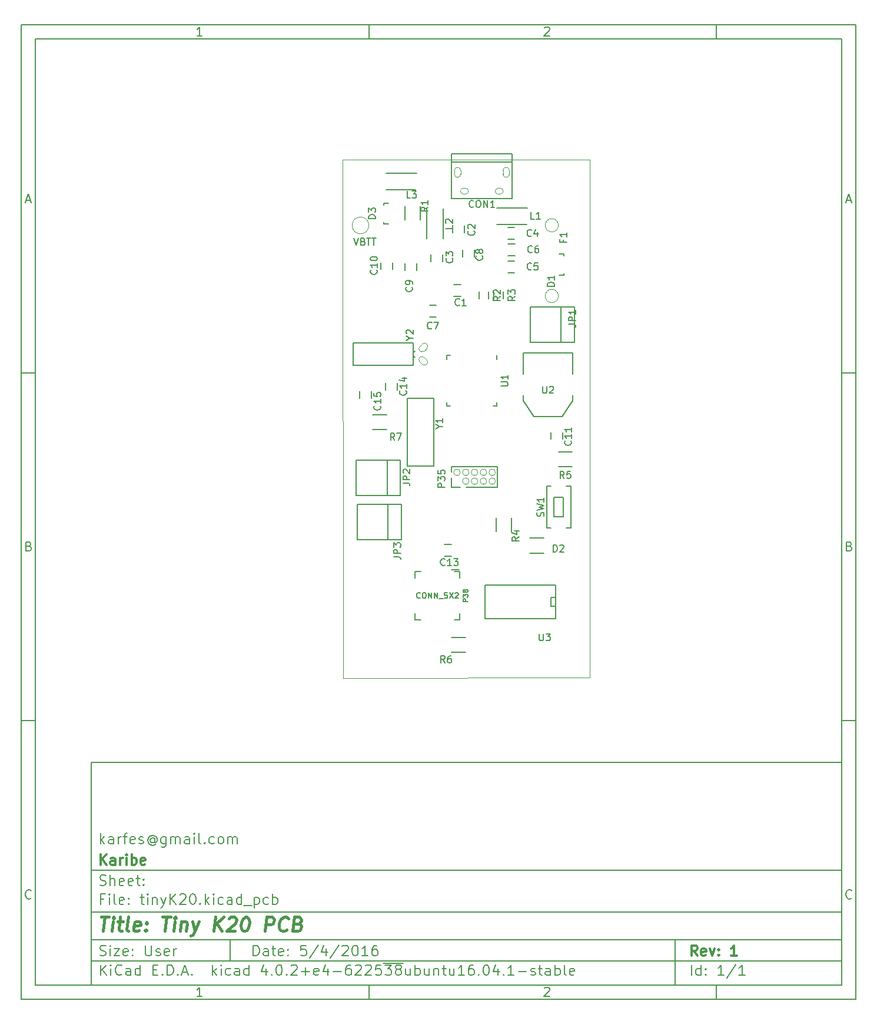
<source format=gbr>
G04 #@! TF.FileFunction,Legend,Top*
%FSLAX46Y46*%
G04 Gerber Fmt 4.6, Leading zero omitted, Abs format (unit mm)*
G04 Created by KiCad (PCBNEW 4.0.2+e4-6225~38~ubuntu16.04.1-stable) date Wed 01 Jun 2016 06:58:51 PM EAT*
%MOMM*%
G01*
G04 APERTURE LIST*
%ADD10C,0.100000*%
%ADD11C,0.150000*%
%ADD12C,0.300000*%
%ADD13C,0.400000*%
%ADD14C,0.200000*%
G04 APERTURE END LIST*
D10*
D11*
X20004800Y-115994600D02*
X20004800Y-147994600D01*
X128004800Y-147994600D01*
X128004800Y-115994600D01*
X20004800Y-115994600D01*
D10*
D11*
X10000000Y-10000000D02*
X10000000Y-149994600D01*
X130004800Y-149994600D01*
X130004800Y-10000000D01*
X10000000Y-10000000D01*
D10*
D11*
X12000000Y-12000000D02*
X12000000Y-147994600D01*
X128004800Y-147994600D01*
X128004800Y-12000000D01*
X12000000Y-12000000D01*
D10*
D11*
X60000000Y-12000000D02*
X60000000Y-10000000D01*
D10*
D11*
X110000000Y-12000000D02*
X110000000Y-10000000D01*
D10*
D11*
X35990476Y-11588095D02*
X35247619Y-11588095D01*
X35619048Y-11588095D02*
X35619048Y-10288095D01*
X35495238Y-10473810D01*
X35371429Y-10597619D01*
X35247619Y-10659524D01*
D10*
D11*
X85247619Y-10411905D02*
X85309524Y-10350000D01*
X85433333Y-10288095D01*
X85742857Y-10288095D01*
X85866667Y-10350000D01*
X85928571Y-10411905D01*
X85990476Y-10535714D01*
X85990476Y-10659524D01*
X85928571Y-10845238D01*
X85185714Y-11588095D01*
X85990476Y-11588095D01*
D10*
D11*
X60000000Y-147994600D02*
X60000000Y-149994600D01*
D10*
D11*
X110000000Y-147994600D02*
X110000000Y-149994600D01*
D10*
D11*
X35990476Y-149582695D02*
X35247619Y-149582695D01*
X35619048Y-149582695D02*
X35619048Y-148282695D01*
X35495238Y-148468410D01*
X35371429Y-148592219D01*
X35247619Y-148654124D01*
D10*
D11*
X85247619Y-148406505D02*
X85309524Y-148344600D01*
X85433333Y-148282695D01*
X85742857Y-148282695D01*
X85866667Y-148344600D01*
X85928571Y-148406505D01*
X85990476Y-148530314D01*
X85990476Y-148654124D01*
X85928571Y-148839838D01*
X85185714Y-149582695D01*
X85990476Y-149582695D01*
D10*
D11*
X10000000Y-60000000D02*
X12000000Y-60000000D01*
D10*
D11*
X10000000Y-110000000D02*
X12000000Y-110000000D01*
D10*
D11*
X10690476Y-35216667D02*
X11309524Y-35216667D01*
X10566667Y-35588095D02*
X11000000Y-34288095D01*
X11433333Y-35588095D01*
D10*
D11*
X11092857Y-84907143D02*
X11278571Y-84969048D01*
X11340476Y-85030952D01*
X11402381Y-85154762D01*
X11402381Y-85340476D01*
X11340476Y-85464286D01*
X11278571Y-85526190D01*
X11154762Y-85588095D01*
X10659524Y-85588095D01*
X10659524Y-84288095D01*
X11092857Y-84288095D01*
X11216667Y-84350000D01*
X11278571Y-84411905D01*
X11340476Y-84535714D01*
X11340476Y-84659524D01*
X11278571Y-84783333D01*
X11216667Y-84845238D01*
X11092857Y-84907143D01*
X10659524Y-84907143D01*
D10*
D11*
X11402381Y-135464286D02*
X11340476Y-135526190D01*
X11154762Y-135588095D01*
X11030952Y-135588095D01*
X10845238Y-135526190D01*
X10721429Y-135402381D01*
X10659524Y-135278571D01*
X10597619Y-135030952D01*
X10597619Y-134845238D01*
X10659524Y-134597619D01*
X10721429Y-134473810D01*
X10845238Y-134350000D01*
X11030952Y-134288095D01*
X11154762Y-134288095D01*
X11340476Y-134350000D01*
X11402381Y-134411905D01*
D10*
D11*
X130004800Y-60000000D02*
X128004800Y-60000000D01*
D10*
D11*
X130004800Y-110000000D02*
X128004800Y-110000000D01*
D10*
D11*
X128695276Y-35216667D02*
X129314324Y-35216667D01*
X128571467Y-35588095D02*
X129004800Y-34288095D01*
X129438133Y-35588095D01*
D10*
D11*
X129097657Y-84907143D02*
X129283371Y-84969048D01*
X129345276Y-85030952D01*
X129407181Y-85154762D01*
X129407181Y-85340476D01*
X129345276Y-85464286D01*
X129283371Y-85526190D01*
X129159562Y-85588095D01*
X128664324Y-85588095D01*
X128664324Y-84288095D01*
X129097657Y-84288095D01*
X129221467Y-84350000D01*
X129283371Y-84411905D01*
X129345276Y-84535714D01*
X129345276Y-84659524D01*
X129283371Y-84783333D01*
X129221467Y-84845238D01*
X129097657Y-84907143D01*
X128664324Y-84907143D01*
D10*
D11*
X129407181Y-135464286D02*
X129345276Y-135526190D01*
X129159562Y-135588095D01*
X129035752Y-135588095D01*
X128850038Y-135526190D01*
X128726229Y-135402381D01*
X128664324Y-135278571D01*
X128602419Y-135030952D01*
X128602419Y-134845238D01*
X128664324Y-134597619D01*
X128726229Y-134473810D01*
X128850038Y-134350000D01*
X129035752Y-134288095D01*
X129159562Y-134288095D01*
X129345276Y-134350000D01*
X129407181Y-134411905D01*
D10*
D11*
X43361943Y-143773171D02*
X43361943Y-142273171D01*
X43719086Y-142273171D01*
X43933371Y-142344600D01*
X44076229Y-142487457D01*
X44147657Y-142630314D01*
X44219086Y-142916029D01*
X44219086Y-143130314D01*
X44147657Y-143416029D01*
X44076229Y-143558886D01*
X43933371Y-143701743D01*
X43719086Y-143773171D01*
X43361943Y-143773171D01*
X45504800Y-143773171D02*
X45504800Y-142987457D01*
X45433371Y-142844600D01*
X45290514Y-142773171D01*
X45004800Y-142773171D01*
X44861943Y-142844600D01*
X45504800Y-143701743D02*
X45361943Y-143773171D01*
X45004800Y-143773171D01*
X44861943Y-143701743D01*
X44790514Y-143558886D01*
X44790514Y-143416029D01*
X44861943Y-143273171D01*
X45004800Y-143201743D01*
X45361943Y-143201743D01*
X45504800Y-143130314D01*
X46004800Y-142773171D02*
X46576229Y-142773171D01*
X46219086Y-142273171D02*
X46219086Y-143558886D01*
X46290514Y-143701743D01*
X46433372Y-143773171D01*
X46576229Y-143773171D01*
X47647657Y-143701743D02*
X47504800Y-143773171D01*
X47219086Y-143773171D01*
X47076229Y-143701743D01*
X47004800Y-143558886D01*
X47004800Y-142987457D01*
X47076229Y-142844600D01*
X47219086Y-142773171D01*
X47504800Y-142773171D01*
X47647657Y-142844600D01*
X47719086Y-142987457D01*
X47719086Y-143130314D01*
X47004800Y-143273171D01*
X48361943Y-143630314D02*
X48433371Y-143701743D01*
X48361943Y-143773171D01*
X48290514Y-143701743D01*
X48361943Y-143630314D01*
X48361943Y-143773171D01*
X48361943Y-142844600D02*
X48433371Y-142916029D01*
X48361943Y-142987457D01*
X48290514Y-142916029D01*
X48361943Y-142844600D01*
X48361943Y-142987457D01*
X50933372Y-142273171D02*
X50219086Y-142273171D01*
X50147657Y-142987457D01*
X50219086Y-142916029D01*
X50361943Y-142844600D01*
X50719086Y-142844600D01*
X50861943Y-142916029D01*
X50933372Y-142987457D01*
X51004800Y-143130314D01*
X51004800Y-143487457D01*
X50933372Y-143630314D01*
X50861943Y-143701743D01*
X50719086Y-143773171D01*
X50361943Y-143773171D01*
X50219086Y-143701743D01*
X50147657Y-143630314D01*
X52719085Y-142201743D02*
X51433371Y-144130314D01*
X53861943Y-142773171D02*
X53861943Y-143773171D01*
X53504800Y-142201743D02*
X53147657Y-143273171D01*
X54076229Y-143273171D01*
X55719085Y-142201743D02*
X54433371Y-144130314D01*
X56147657Y-142416029D02*
X56219086Y-142344600D01*
X56361943Y-142273171D01*
X56719086Y-142273171D01*
X56861943Y-142344600D01*
X56933372Y-142416029D01*
X57004800Y-142558886D01*
X57004800Y-142701743D01*
X56933372Y-142916029D01*
X56076229Y-143773171D01*
X57004800Y-143773171D01*
X57933371Y-142273171D02*
X58076228Y-142273171D01*
X58219085Y-142344600D01*
X58290514Y-142416029D01*
X58361943Y-142558886D01*
X58433371Y-142844600D01*
X58433371Y-143201743D01*
X58361943Y-143487457D01*
X58290514Y-143630314D01*
X58219085Y-143701743D01*
X58076228Y-143773171D01*
X57933371Y-143773171D01*
X57790514Y-143701743D01*
X57719085Y-143630314D01*
X57647657Y-143487457D01*
X57576228Y-143201743D01*
X57576228Y-142844600D01*
X57647657Y-142558886D01*
X57719085Y-142416029D01*
X57790514Y-142344600D01*
X57933371Y-142273171D01*
X59861942Y-143773171D02*
X59004799Y-143773171D01*
X59433371Y-143773171D02*
X59433371Y-142273171D01*
X59290514Y-142487457D01*
X59147656Y-142630314D01*
X59004799Y-142701743D01*
X61147656Y-142273171D02*
X60861942Y-142273171D01*
X60719085Y-142344600D01*
X60647656Y-142416029D01*
X60504799Y-142630314D01*
X60433370Y-142916029D01*
X60433370Y-143487457D01*
X60504799Y-143630314D01*
X60576227Y-143701743D01*
X60719085Y-143773171D01*
X61004799Y-143773171D01*
X61147656Y-143701743D01*
X61219085Y-143630314D01*
X61290513Y-143487457D01*
X61290513Y-143130314D01*
X61219085Y-142987457D01*
X61147656Y-142916029D01*
X61004799Y-142844600D01*
X60719085Y-142844600D01*
X60576227Y-142916029D01*
X60504799Y-142987457D01*
X60433370Y-143130314D01*
D10*
D11*
X20004800Y-144494600D02*
X128004800Y-144494600D01*
D10*
D11*
X21361943Y-146573171D02*
X21361943Y-145073171D01*
X22219086Y-146573171D02*
X21576229Y-145716029D01*
X22219086Y-145073171D02*
X21361943Y-145930314D01*
X22861943Y-146573171D02*
X22861943Y-145573171D01*
X22861943Y-145073171D02*
X22790514Y-145144600D01*
X22861943Y-145216029D01*
X22933371Y-145144600D01*
X22861943Y-145073171D01*
X22861943Y-145216029D01*
X24433372Y-146430314D02*
X24361943Y-146501743D01*
X24147657Y-146573171D01*
X24004800Y-146573171D01*
X23790515Y-146501743D01*
X23647657Y-146358886D01*
X23576229Y-146216029D01*
X23504800Y-145930314D01*
X23504800Y-145716029D01*
X23576229Y-145430314D01*
X23647657Y-145287457D01*
X23790515Y-145144600D01*
X24004800Y-145073171D01*
X24147657Y-145073171D01*
X24361943Y-145144600D01*
X24433372Y-145216029D01*
X25719086Y-146573171D02*
X25719086Y-145787457D01*
X25647657Y-145644600D01*
X25504800Y-145573171D01*
X25219086Y-145573171D01*
X25076229Y-145644600D01*
X25719086Y-146501743D02*
X25576229Y-146573171D01*
X25219086Y-146573171D01*
X25076229Y-146501743D01*
X25004800Y-146358886D01*
X25004800Y-146216029D01*
X25076229Y-146073171D01*
X25219086Y-146001743D01*
X25576229Y-146001743D01*
X25719086Y-145930314D01*
X27076229Y-146573171D02*
X27076229Y-145073171D01*
X27076229Y-146501743D02*
X26933372Y-146573171D01*
X26647658Y-146573171D01*
X26504800Y-146501743D01*
X26433372Y-146430314D01*
X26361943Y-146287457D01*
X26361943Y-145858886D01*
X26433372Y-145716029D01*
X26504800Y-145644600D01*
X26647658Y-145573171D01*
X26933372Y-145573171D01*
X27076229Y-145644600D01*
X28933372Y-145787457D02*
X29433372Y-145787457D01*
X29647658Y-146573171D02*
X28933372Y-146573171D01*
X28933372Y-145073171D01*
X29647658Y-145073171D01*
X30290515Y-146430314D02*
X30361943Y-146501743D01*
X30290515Y-146573171D01*
X30219086Y-146501743D01*
X30290515Y-146430314D01*
X30290515Y-146573171D01*
X31004801Y-146573171D02*
X31004801Y-145073171D01*
X31361944Y-145073171D01*
X31576229Y-145144600D01*
X31719087Y-145287457D01*
X31790515Y-145430314D01*
X31861944Y-145716029D01*
X31861944Y-145930314D01*
X31790515Y-146216029D01*
X31719087Y-146358886D01*
X31576229Y-146501743D01*
X31361944Y-146573171D01*
X31004801Y-146573171D01*
X32504801Y-146430314D02*
X32576229Y-146501743D01*
X32504801Y-146573171D01*
X32433372Y-146501743D01*
X32504801Y-146430314D01*
X32504801Y-146573171D01*
X33147658Y-146144600D02*
X33861944Y-146144600D01*
X33004801Y-146573171D02*
X33504801Y-145073171D01*
X34004801Y-146573171D01*
X34504801Y-146430314D02*
X34576229Y-146501743D01*
X34504801Y-146573171D01*
X34433372Y-146501743D01*
X34504801Y-146430314D01*
X34504801Y-146573171D01*
X37504801Y-146573171D02*
X37504801Y-145073171D01*
X37647658Y-146001743D02*
X38076229Y-146573171D01*
X38076229Y-145573171D02*
X37504801Y-146144600D01*
X38719087Y-146573171D02*
X38719087Y-145573171D01*
X38719087Y-145073171D02*
X38647658Y-145144600D01*
X38719087Y-145216029D01*
X38790515Y-145144600D01*
X38719087Y-145073171D01*
X38719087Y-145216029D01*
X40076230Y-146501743D02*
X39933373Y-146573171D01*
X39647659Y-146573171D01*
X39504801Y-146501743D01*
X39433373Y-146430314D01*
X39361944Y-146287457D01*
X39361944Y-145858886D01*
X39433373Y-145716029D01*
X39504801Y-145644600D01*
X39647659Y-145573171D01*
X39933373Y-145573171D01*
X40076230Y-145644600D01*
X41361944Y-146573171D02*
X41361944Y-145787457D01*
X41290515Y-145644600D01*
X41147658Y-145573171D01*
X40861944Y-145573171D01*
X40719087Y-145644600D01*
X41361944Y-146501743D02*
X41219087Y-146573171D01*
X40861944Y-146573171D01*
X40719087Y-146501743D01*
X40647658Y-146358886D01*
X40647658Y-146216029D01*
X40719087Y-146073171D01*
X40861944Y-146001743D01*
X41219087Y-146001743D01*
X41361944Y-145930314D01*
X42719087Y-146573171D02*
X42719087Y-145073171D01*
X42719087Y-146501743D02*
X42576230Y-146573171D01*
X42290516Y-146573171D01*
X42147658Y-146501743D01*
X42076230Y-146430314D01*
X42004801Y-146287457D01*
X42004801Y-145858886D01*
X42076230Y-145716029D01*
X42147658Y-145644600D01*
X42290516Y-145573171D01*
X42576230Y-145573171D01*
X42719087Y-145644600D01*
X45219087Y-145573171D02*
X45219087Y-146573171D01*
X44861944Y-145001743D02*
X44504801Y-146073171D01*
X45433373Y-146073171D01*
X46004801Y-146430314D02*
X46076229Y-146501743D01*
X46004801Y-146573171D01*
X45933372Y-146501743D01*
X46004801Y-146430314D01*
X46004801Y-146573171D01*
X47004801Y-145073171D02*
X47147658Y-145073171D01*
X47290515Y-145144600D01*
X47361944Y-145216029D01*
X47433373Y-145358886D01*
X47504801Y-145644600D01*
X47504801Y-146001743D01*
X47433373Y-146287457D01*
X47361944Y-146430314D01*
X47290515Y-146501743D01*
X47147658Y-146573171D01*
X47004801Y-146573171D01*
X46861944Y-146501743D01*
X46790515Y-146430314D01*
X46719087Y-146287457D01*
X46647658Y-146001743D01*
X46647658Y-145644600D01*
X46719087Y-145358886D01*
X46790515Y-145216029D01*
X46861944Y-145144600D01*
X47004801Y-145073171D01*
X48147658Y-146430314D02*
X48219086Y-146501743D01*
X48147658Y-146573171D01*
X48076229Y-146501743D01*
X48147658Y-146430314D01*
X48147658Y-146573171D01*
X48790515Y-145216029D02*
X48861944Y-145144600D01*
X49004801Y-145073171D01*
X49361944Y-145073171D01*
X49504801Y-145144600D01*
X49576230Y-145216029D01*
X49647658Y-145358886D01*
X49647658Y-145501743D01*
X49576230Y-145716029D01*
X48719087Y-146573171D01*
X49647658Y-146573171D01*
X50290515Y-146001743D02*
X51433372Y-146001743D01*
X50861943Y-146573171D02*
X50861943Y-145430314D01*
X52719086Y-146501743D02*
X52576229Y-146573171D01*
X52290515Y-146573171D01*
X52147658Y-146501743D01*
X52076229Y-146358886D01*
X52076229Y-145787457D01*
X52147658Y-145644600D01*
X52290515Y-145573171D01*
X52576229Y-145573171D01*
X52719086Y-145644600D01*
X52790515Y-145787457D01*
X52790515Y-145930314D01*
X52076229Y-146073171D01*
X54076229Y-145573171D02*
X54076229Y-146573171D01*
X53719086Y-145001743D02*
X53361943Y-146073171D01*
X54290515Y-146073171D01*
X54861943Y-146001743D02*
X56004800Y-146001743D01*
X57361943Y-145073171D02*
X57076229Y-145073171D01*
X56933372Y-145144600D01*
X56861943Y-145216029D01*
X56719086Y-145430314D01*
X56647657Y-145716029D01*
X56647657Y-146287457D01*
X56719086Y-146430314D01*
X56790514Y-146501743D01*
X56933372Y-146573171D01*
X57219086Y-146573171D01*
X57361943Y-146501743D01*
X57433372Y-146430314D01*
X57504800Y-146287457D01*
X57504800Y-145930314D01*
X57433372Y-145787457D01*
X57361943Y-145716029D01*
X57219086Y-145644600D01*
X56933372Y-145644600D01*
X56790514Y-145716029D01*
X56719086Y-145787457D01*
X56647657Y-145930314D01*
X58076228Y-145216029D02*
X58147657Y-145144600D01*
X58290514Y-145073171D01*
X58647657Y-145073171D01*
X58790514Y-145144600D01*
X58861943Y-145216029D01*
X58933371Y-145358886D01*
X58933371Y-145501743D01*
X58861943Y-145716029D01*
X58004800Y-146573171D01*
X58933371Y-146573171D01*
X59504799Y-145216029D02*
X59576228Y-145144600D01*
X59719085Y-145073171D01*
X60076228Y-145073171D01*
X60219085Y-145144600D01*
X60290514Y-145216029D01*
X60361942Y-145358886D01*
X60361942Y-145501743D01*
X60290514Y-145716029D01*
X59433371Y-146573171D01*
X60361942Y-146573171D01*
X61719085Y-145073171D02*
X61004799Y-145073171D01*
X60933370Y-145787457D01*
X61004799Y-145716029D01*
X61147656Y-145644600D01*
X61504799Y-145644600D01*
X61647656Y-145716029D01*
X61719085Y-145787457D01*
X61790513Y-145930314D01*
X61790513Y-146287457D01*
X61719085Y-146430314D01*
X61647656Y-146501743D01*
X61504799Y-146573171D01*
X61147656Y-146573171D01*
X61004799Y-146501743D01*
X60933370Y-146430314D01*
X62290513Y-145073171D02*
X63219084Y-145073171D01*
X62719084Y-145644600D01*
X62933370Y-145644600D01*
X63076227Y-145716029D01*
X63147656Y-145787457D01*
X63219084Y-145930314D01*
X63219084Y-146287457D01*
X63147656Y-146430314D01*
X63076227Y-146501743D01*
X62933370Y-146573171D01*
X62504798Y-146573171D01*
X62361941Y-146501743D01*
X62290513Y-146430314D01*
X64076227Y-145716029D02*
X63933369Y-145644600D01*
X63861941Y-145573171D01*
X63790512Y-145430314D01*
X63790512Y-145358886D01*
X63861941Y-145216029D01*
X63933369Y-145144600D01*
X64076227Y-145073171D01*
X64361941Y-145073171D01*
X64504798Y-145144600D01*
X64576227Y-145216029D01*
X64647655Y-145358886D01*
X64647655Y-145430314D01*
X64576227Y-145573171D01*
X64504798Y-145644600D01*
X64361941Y-145716029D01*
X64076227Y-145716029D01*
X63933369Y-145787457D01*
X63861941Y-145858886D01*
X63790512Y-146001743D01*
X63790512Y-146287457D01*
X63861941Y-146430314D01*
X63933369Y-146501743D01*
X64076227Y-146573171D01*
X64361941Y-146573171D01*
X64504798Y-146501743D01*
X64576227Y-146430314D01*
X64647655Y-146287457D01*
X64647655Y-146001743D01*
X64576227Y-145858886D01*
X64504798Y-145787457D01*
X64361941Y-145716029D01*
X62076227Y-144814600D02*
X64933369Y-144814600D01*
X65933369Y-145573171D02*
X65933369Y-146573171D01*
X65290512Y-145573171D02*
X65290512Y-146358886D01*
X65361940Y-146501743D01*
X65504798Y-146573171D01*
X65719083Y-146573171D01*
X65861940Y-146501743D01*
X65933369Y-146430314D01*
X66647655Y-146573171D02*
X66647655Y-145073171D01*
X66647655Y-145644600D02*
X66790512Y-145573171D01*
X67076226Y-145573171D01*
X67219083Y-145644600D01*
X67290512Y-145716029D01*
X67361941Y-145858886D01*
X67361941Y-146287457D01*
X67290512Y-146430314D01*
X67219083Y-146501743D01*
X67076226Y-146573171D01*
X66790512Y-146573171D01*
X66647655Y-146501743D01*
X68647655Y-145573171D02*
X68647655Y-146573171D01*
X68004798Y-145573171D02*
X68004798Y-146358886D01*
X68076226Y-146501743D01*
X68219084Y-146573171D01*
X68433369Y-146573171D01*
X68576226Y-146501743D01*
X68647655Y-146430314D01*
X69361941Y-145573171D02*
X69361941Y-146573171D01*
X69361941Y-145716029D02*
X69433369Y-145644600D01*
X69576227Y-145573171D01*
X69790512Y-145573171D01*
X69933369Y-145644600D01*
X70004798Y-145787457D01*
X70004798Y-146573171D01*
X70504798Y-145573171D02*
X71076227Y-145573171D01*
X70719084Y-145073171D02*
X70719084Y-146358886D01*
X70790512Y-146501743D01*
X70933370Y-146573171D01*
X71076227Y-146573171D01*
X72219084Y-145573171D02*
X72219084Y-146573171D01*
X71576227Y-145573171D02*
X71576227Y-146358886D01*
X71647655Y-146501743D01*
X71790513Y-146573171D01*
X72004798Y-146573171D01*
X72147655Y-146501743D01*
X72219084Y-146430314D01*
X73719084Y-146573171D02*
X72861941Y-146573171D01*
X73290513Y-146573171D02*
X73290513Y-145073171D01*
X73147656Y-145287457D01*
X73004798Y-145430314D01*
X72861941Y-145501743D01*
X75004798Y-145073171D02*
X74719084Y-145073171D01*
X74576227Y-145144600D01*
X74504798Y-145216029D01*
X74361941Y-145430314D01*
X74290512Y-145716029D01*
X74290512Y-146287457D01*
X74361941Y-146430314D01*
X74433369Y-146501743D01*
X74576227Y-146573171D01*
X74861941Y-146573171D01*
X75004798Y-146501743D01*
X75076227Y-146430314D01*
X75147655Y-146287457D01*
X75147655Y-145930314D01*
X75076227Y-145787457D01*
X75004798Y-145716029D01*
X74861941Y-145644600D01*
X74576227Y-145644600D01*
X74433369Y-145716029D01*
X74361941Y-145787457D01*
X74290512Y-145930314D01*
X75790512Y-146430314D02*
X75861940Y-146501743D01*
X75790512Y-146573171D01*
X75719083Y-146501743D01*
X75790512Y-146430314D01*
X75790512Y-146573171D01*
X76790512Y-145073171D02*
X76933369Y-145073171D01*
X77076226Y-145144600D01*
X77147655Y-145216029D01*
X77219084Y-145358886D01*
X77290512Y-145644600D01*
X77290512Y-146001743D01*
X77219084Y-146287457D01*
X77147655Y-146430314D01*
X77076226Y-146501743D01*
X76933369Y-146573171D01*
X76790512Y-146573171D01*
X76647655Y-146501743D01*
X76576226Y-146430314D01*
X76504798Y-146287457D01*
X76433369Y-146001743D01*
X76433369Y-145644600D01*
X76504798Y-145358886D01*
X76576226Y-145216029D01*
X76647655Y-145144600D01*
X76790512Y-145073171D01*
X78576226Y-145573171D02*
X78576226Y-146573171D01*
X78219083Y-145001743D02*
X77861940Y-146073171D01*
X78790512Y-146073171D01*
X79361940Y-146430314D02*
X79433368Y-146501743D01*
X79361940Y-146573171D01*
X79290511Y-146501743D01*
X79361940Y-146430314D01*
X79361940Y-146573171D01*
X80861940Y-146573171D02*
X80004797Y-146573171D01*
X80433369Y-146573171D02*
X80433369Y-145073171D01*
X80290512Y-145287457D01*
X80147654Y-145430314D01*
X80004797Y-145501743D01*
X81504797Y-146001743D02*
X82647654Y-146001743D01*
X83290511Y-146501743D02*
X83433368Y-146573171D01*
X83719083Y-146573171D01*
X83861940Y-146501743D01*
X83933368Y-146358886D01*
X83933368Y-146287457D01*
X83861940Y-146144600D01*
X83719083Y-146073171D01*
X83504797Y-146073171D01*
X83361940Y-146001743D01*
X83290511Y-145858886D01*
X83290511Y-145787457D01*
X83361940Y-145644600D01*
X83504797Y-145573171D01*
X83719083Y-145573171D01*
X83861940Y-145644600D01*
X84361940Y-145573171D02*
X84933369Y-145573171D01*
X84576226Y-145073171D02*
X84576226Y-146358886D01*
X84647654Y-146501743D01*
X84790512Y-146573171D01*
X84933369Y-146573171D01*
X86076226Y-146573171D02*
X86076226Y-145787457D01*
X86004797Y-145644600D01*
X85861940Y-145573171D01*
X85576226Y-145573171D01*
X85433369Y-145644600D01*
X86076226Y-146501743D02*
X85933369Y-146573171D01*
X85576226Y-146573171D01*
X85433369Y-146501743D01*
X85361940Y-146358886D01*
X85361940Y-146216029D01*
X85433369Y-146073171D01*
X85576226Y-146001743D01*
X85933369Y-146001743D01*
X86076226Y-145930314D01*
X86790512Y-146573171D02*
X86790512Y-145073171D01*
X86790512Y-145644600D02*
X86933369Y-145573171D01*
X87219083Y-145573171D01*
X87361940Y-145644600D01*
X87433369Y-145716029D01*
X87504798Y-145858886D01*
X87504798Y-146287457D01*
X87433369Y-146430314D01*
X87361940Y-146501743D01*
X87219083Y-146573171D01*
X86933369Y-146573171D01*
X86790512Y-146501743D01*
X88361941Y-146573171D02*
X88219083Y-146501743D01*
X88147655Y-146358886D01*
X88147655Y-145073171D01*
X89504797Y-146501743D02*
X89361940Y-146573171D01*
X89076226Y-146573171D01*
X88933369Y-146501743D01*
X88861940Y-146358886D01*
X88861940Y-145787457D01*
X88933369Y-145644600D01*
X89076226Y-145573171D01*
X89361940Y-145573171D01*
X89504797Y-145644600D01*
X89576226Y-145787457D01*
X89576226Y-145930314D01*
X88861940Y-146073171D01*
D10*
D11*
X20004800Y-141494600D02*
X128004800Y-141494600D01*
D10*
D12*
X107219086Y-143773171D02*
X106719086Y-143058886D01*
X106361943Y-143773171D02*
X106361943Y-142273171D01*
X106933371Y-142273171D01*
X107076229Y-142344600D01*
X107147657Y-142416029D01*
X107219086Y-142558886D01*
X107219086Y-142773171D01*
X107147657Y-142916029D01*
X107076229Y-142987457D01*
X106933371Y-143058886D01*
X106361943Y-143058886D01*
X108433371Y-143701743D02*
X108290514Y-143773171D01*
X108004800Y-143773171D01*
X107861943Y-143701743D01*
X107790514Y-143558886D01*
X107790514Y-142987457D01*
X107861943Y-142844600D01*
X108004800Y-142773171D01*
X108290514Y-142773171D01*
X108433371Y-142844600D01*
X108504800Y-142987457D01*
X108504800Y-143130314D01*
X107790514Y-143273171D01*
X109004800Y-142773171D02*
X109361943Y-143773171D01*
X109719085Y-142773171D01*
X110290514Y-143630314D02*
X110361942Y-143701743D01*
X110290514Y-143773171D01*
X110219085Y-143701743D01*
X110290514Y-143630314D01*
X110290514Y-143773171D01*
X110290514Y-142844600D02*
X110361942Y-142916029D01*
X110290514Y-142987457D01*
X110219085Y-142916029D01*
X110290514Y-142844600D01*
X110290514Y-142987457D01*
X112933371Y-143773171D02*
X112076228Y-143773171D01*
X112504800Y-143773171D02*
X112504800Y-142273171D01*
X112361943Y-142487457D01*
X112219085Y-142630314D01*
X112076228Y-142701743D01*
D10*
D11*
X21290514Y-143701743D02*
X21504800Y-143773171D01*
X21861943Y-143773171D01*
X22004800Y-143701743D01*
X22076229Y-143630314D01*
X22147657Y-143487457D01*
X22147657Y-143344600D01*
X22076229Y-143201743D01*
X22004800Y-143130314D01*
X21861943Y-143058886D01*
X21576229Y-142987457D01*
X21433371Y-142916029D01*
X21361943Y-142844600D01*
X21290514Y-142701743D01*
X21290514Y-142558886D01*
X21361943Y-142416029D01*
X21433371Y-142344600D01*
X21576229Y-142273171D01*
X21933371Y-142273171D01*
X22147657Y-142344600D01*
X22790514Y-143773171D02*
X22790514Y-142773171D01*
X22790514Y-142273171D02*
X22719085Y-142344600D01*
X22790514Y-142416029D01*
X22861942Y-142344600D01*
X22790514Y-142273171D01*
X22790514Y-142416029D01*
X23361943Y-142773171D02*
X24147657Y-142773171D01*
X23361943Y-143773171D01*
X24147657Y-143773171D01*
X25290514Y-143701743D02*
X25147657Y-143773171D01*
X24861943Y-143773171D01*
X24719086Y-143701743D01*
X24647657Y-143558886D01*
X24647657Y-142987457D01*
X24719086Y-142844600D01*
X24861943Y-142773171D01*
X25147657Y-142773171D01*
X25290514Y-142844600D01*
X25361943Y-142987457D01*
X25361943Y-143130314D01*
X24647657Y-143273171D01*
X26004800Y-143630314D02*
X26076228Y-143701743D01*
X26004800Y-143773171D01*
X25933371Y-143701743D01*
X26004800Y-143630314D01*
X26004800Y-143773171D01*
X26004800Y-142844600D02*
X26076228Y-142916029D01*
X26004800Y-142987457D01*
X25933371Y-142916029D01*
X26004800Y-142844600D01*
X26004800Y-142987457D01*
X27861943Y-142273171D02*
X27861943Y-143487457D01*
X27933371Y-143630314D01*
X28004800Y-143701743D01*
X28147657Y-143773171D01*
X28433371Y-143773171D01*
X28576229Y-143701743D01*
X28647657Y-143630314D01*
X28719086Y-143487457D01*
X28719086Y-142273171D01*
X29361943Y-143701743D02*
X29504800Y-143773171D01*
X29790515Y-143773171D01*
X29933372Y-143701743D01*
X30004800Y-143558886D01*
X30004800Y-143487457D01*
X29933372Y-143344600D01*
X29790515Y-143273171D01*
X29576229Y-143273171D01*
X29433372Y-143201743D01*
X29361943Y-143058886D01*
X29361943Y-142987457D01*
X29433372Y-142844600D01*
X29576229Y-142773171D01*
X29790515Y-142773171D01*
X29933372Y-142844600D01*
X31219086Y-143701743D02*
X31076229Y-143773171D01*
X30790515Y-143773171D01*
X30647658Y-143701743D01*
X30576229Y-143558886D01*
X30576229Y-142987457D01*
X30647658Y-142844600D01*
X30790515Y-142773171D01*
X31076229Y-142773171D01*
X31219086Y-142844600D01*
X31290515Y-142987457D01*
X31290515Y-143130314D01*
X30576229Y-143273171D01*
X31933372Y-143773171D02*
X31933372Y-142773171D01*
X31933372Y-143058886D02*
X32004800Y-142916029D01*
X32076229Y-142844600D01*
X32219086Y-142773171D01*
X32361943Y-142773171D01*
D10*
D11*
X106361943Y-146573171D02*
X106361943Y-145073171D01*
X107719086Y-146573171D02*
X107719086Y-145073171D01*
X107719086Y-146501743D02*
X107576229Y-146573171D01*
X107290515Y-146573171D01*
X107147657Y-146501743D01*
X107076229Y-146430314D01*
X107004800Y-146287457D01*
X107004800Y-145858886D01*
X107076229Y-145716029D01*
X107147657Y-145644600D01*
X107290515Y-145573171D01*
X107576229Y-145573171D01*
X107719086Y-145644600D01*
X108433372Y-146430314D02*
X108504800Y-146501743D01*
X108433372Y-146573171D01*
X108361943Y-146501743D01*
X108433372Y-146430314D01*
X108433372Y-146573171D01*
X108433372Y-145644600D02*
X108504800Y-145716029D01*
X108433372Y-145787457D01*
X108361943Y-145716029D01*
X108433372Y-145644600D01*
X108433372Y-145787457D01*
X111076229Y-146573171D02*
X110219086Y-146573171D01*
X110647658Y-146573171D02*
X110647658Y-145073171D01*
X110504801Y-145287457D01*
X110361943Y-145430314D01*
X110219086Y-145501743D01*
X112790514Y-145001743D02*
X111504800Y-146930314D01*
X114076229Y-146573171D02*
X113219086Y-146573171D01*
X113647658Y-146573171D02*
X113647658Y-145073171D01*
X113504801Y-145287457D01*
X113361943Y-145430314D01*
X113219086Y-145501743D01*
D10*
D11*
X20004800Y-137494600D02*
X128004800Y-137494600D01*
D10*
D13*
X21457181Y-138199362D02*
X22600038Y-138199362D01*
X21778610Y-140199362D02*
X22028610Y-138199362D01*
X23016705Y-140199362D02*
X23183371Y-138866029D01*
X23266705Y-138199362D02*
X23159562Y-138294600D01*
X23242895Y-138389838D01*
X23350039Y-138294600D01*
X23266705Y-138199362D01*
X23242895Y-138389838D01*
X23850038Y-138866029D02*
X24611943Y-138866029D01*
X24219086Y-138199362D02*
X24004800Y-139913648D01*
X24076230Y-140104124D01*
X24254801Y-140199362D01*
X24445277Y-140199362D01*
X25397658Y-140199362D02*
X25219087Y-140104124D01*
X25147657Y-139913648D01*
X25361943Y-138199362D01*
X26933372Y-140104124D02*
X26730991Y-140199362D01*
X26350039Y-140199362D01*
X26171467Y-140104124D01*
X26100038Y-139913648D01*
X26195276Y-139151743D01*
X26314324Y-138961267D01*
X26516705Y-138866029D01*
X26897657Y-138866029D01*
X27076229Y-138961267D01*
X27147657Y-139151743D01*
X27123848Y-139342219D01*
X26147657Y-139532695D01*
X27897657Y-140008886D02*
X27980992Y-140104124D01*
X27873848Y-140199362D01*
X27790515Y-140104124D01*
X27897657Y-140008886D01*
X27873848Y-140199362D01*
X28028610Y-138961267D02*
X28111944Y-139056505D01*
X28004800Y-139151743D01*
X27921467Y-139056505D01*
X28028610Y-138961267D01*
X28004800Y-139151743D01*
X30314325Y-138199362D02*
X31457182Y-138199362D01*
X30635754Y-140199362D02*
X30885754Y-138199362D01*
X31873849Y-140199362D02*
X32040515Y-138866029D01*
X32123849Y-138199362D02*
X32016706Y-138294600D01*
X32100039Y-138389838D01*
X32207183Y-138294600D01*
X32123849Y-138199362D01*
X32100039Y-138389838D01*
X32992896Y-138866029D02*
X32826230Y-140199362D01*
X32969087Y-139056505D02*
X33076231Y-138961267D01*
X33278611Y-138866029D01*
X33564325Y-138866029D01*
X33742897Y-138961267D01*
X33814325Y-139151743D01*
X33683373Y-140199362D01*
X34611944Y-138866029D02*
X34921469Y-140199362D01*
X35564325Y-138866029D02*
X34921469Y-140199362D01*
X34671469Y-140675552D01*
X34564325Y-140770790D01*
X34361944Y-140866029D01*
X37683374Y-140199362D02*
X37933374Y-138199362D01*
X38826232Y-140199362D02*
X38111946Y-139056505D01*
X39076232Y-138199362D02*
X37790517Y-139342219D01*
X39814326Y-138389838D02*
X39921469Y-138294600D01*
X40123851Y-138199362D01*
X40600041Y-138199362D01*
X40778612Y-138294600D01*
X40861945Y-138389838D01*
X40933375Y-138580314D01*
X40909565Y-138770790D01*
X40778612Y-139056505D01*
X39492898Y-140199362D01*
X40730994Y-140199362D01*
X42219089Y-138199362D02*
X42409565Y-138199362D01*
X42588136Y-138294600D01*
X42671469Y-138389838D01*
X42742898Y-138580314D01*
X42790518Y-138961267D01*
X42730994Y-139437457D01*
X42588136Y-139818410D01*
X42469088Y-140008886D01*
X42361946Y-140104124D01*
X42159565Y-140199362D01*
X41969089Y-140199362D01*
X41790518Y-140104124D01*
X41707184Y-140008886D01*
X41635755Y-139818410D01*
X41588136Y-139437457D01*
X41647660Y-138961267D01*
X41790517Y-138580314D01*
X41909565Y-138389838D01*
X42016708Y-138294600D01*
X42219089Y-138199362D01*
X45016708Y-140199362D02*
X45266708Y-138199362D01*
X46028613Y-138199362D01*
X46207184Y-138294600D01*
X46290518Y-138389838D01*
X46361947Y-138580314D01*
X46326232Y-138866029D01*
X46207185Y-139056505D01*
X46100041Y-139151743D01*
X45897660Y-139246981D01*
X45135755Y-139246981D01*
X48183375Y-140008886D02*
X48076233Y-140104124D01*
X47778613Y-140199362D01*
X47588137Y-140199362D01*
X47314328Y-140104124D01*
X47147661Y-139913648D01*
X47076232Y-139723171D01*
X47028613Y-139342219D01*
X47064327Y-139056505D01*
X47207184Y-138675552D01*
X47326233Y-138485076D01*
X47540518Y-138294600D01*
X47838137Y-138199362D01*
X48028613Y-138199362D01*
X48302423Y-138294600D01*
X48385756Y-138389838D01*
X49814327Y-139151743D02*
X50088136Y-139246981D01*
X50171471Y-139342219D01*
X50242899Y-139532695D01*
X50207185Y-139818410D01*
X50088137Y-140008886D01*
X49980994Y-140104124D01*
X49778613Y-140199362D01*
X49016708Y-140199362D01*
X49266708Y-138199362D01*
X49933375Y-138199362D01*
X50111946Y-138294600D01*
X50195279Y-138389838D01*
X50266709Y-138580314D01*
X50242899Y-138770790D01*
X50123851Y-138961267D01*
X50016708Y-139056505D01*
X49814327Y-139151743D01*
X49147660Y-139151743D01*
D10*
D11*
X21861943Y-135587457D02*
X21361943Y-135587457D01*
X21361943Y-136373171D02*
X21361943Y-134873171D01*
X22076229Y-134873171D01*
X22647657Y-136373171D02*
X22647657Y-135373171D01*
X22647657Y-134873171D02*
X22576228Y-134944600D01*
X22647657Y-135016029D01*
X22719085Y-134944600D01*
X22647657Y-134873171D01*
X22647657Y-135016029D01*
X23576229Y-136373171D02*
X23433371Y-136301743D01*
X23361943Y-136158886D01*
X23361943Y-134873171D01*
X24719085Y-136301743D02*
X24576228Y-136373171D01*
X24290514Y-136373171D01*
X24147657Y-136301743D01*
X24076228Y-136158886D01*
X24076228Y-135587457D01*
X24147657Y-135444600D01*
X24290514Y-135373171D01*
X24576228Y-135373171D01*
X24719085Y-135444600D01*
X24790514Y-135587457D01*
X24790514Y-135730314D01*
X24076228Y-135873171D01*
X25433371Y-136230314D02*
X25504799Y-136301743D01*
X25433371Y-136373171D01*
X25361942Y-136301743D01*
X25433371Y-136230314D01*
X25433371Y-136373171D01*
X25433371Y-135444600D02*
X25504799Y-135516029D01*
X25433371Y-135587457D01*
X25361942Y-135516029D01*
X25433371Y-135444600D01*
X25433371Y-135587457D01*
X27076228Y-135373171D02*
X27647657Y-135373171D01*
X27290514Y-134873171D02*
X27290514Y-136158886D01*
X27361942Y-136301743D01*
X27504800Y-136373171D01*
X27647657Y-136373171D01*
X28147657Y-136373171D02*
X28147657Y-135373171D01*
X28147657Y-134873171D02*
X28076228Y-134944600D01*
X28147657Y-135016029D01*
X28219085Y-134944600D01*
X28147657Y-134873171D01*
X28147657Y-135016029D01*
X28861943Y-135373171D02*
X28861943Y-136373171D01*
X28861943Y-135516029D02*
X28933371Y-135444600D01*
X29076229Y-135373171D01*
X29290514Y-135373171D01*
X29433371Y-135444600D01*
X29504800Y-135587457D01*
X29504800Y-136373171D01*
X30076229Y-135373171D02*
X30433372Y-136373171D01*
X30790514Y-135373171D02*
X30433372Y-136373171D01*
X30290514Y-136730314D01*
X30219086Y-136801743D01*
X30076229Y-136873171D01*
X31361943Y-136373171D02*
X31361943Y-134873171D01*
X32219086Y-136373171D02*
X31576229Y-135516029D01*
X32219086Y-134873171D02*
X31361943Y-135730314D01*
X32790514Y-135016029D02*
X32861943Y-134944600D01*
X33004800Y-134873171D01*
X33361943Y-134873171D01*
X33504800Y-134944600D01*
X33576229Y-135016029D01*
X33647657Y-135158886D01*
X33647657Y-135301743D01*
X33576229Y-135516029D01*
X32719086Y-136373171D01*
X33647657Y-136373171D01*
X34576228Y-134873171D02*
X34719085Y-134873171D01*
X34861942Y-134944600D01*
X34933371Y-135016029D01*
X35004800Y-135158886D01*
X35076228Y-135444600D01*
X35076228Y-135801743D01*
X35004800Y-136087457D01*
X34933371Y-136230314D01*
X34861942Y-136301743D01*
X34719085Y-136373171D01*
X34576228Y-136373171D01*
X34433371Y-136301743D01*
X34361942Y-136230314D01*
X34290514Y-136087457D01*
X34219085Y-135801743D01*
X34219085Y-135444600D01*
X34290514Y-135158886D01*
X34361942Y-135016029D01*
X34433371Y-134944600D01*
X34576228Y-134873171D01*
X35719085Y-136230314D02*
X35790513Y-136301743D01*
X35719085Y-136373171D01*
X35647656Y-136301743D01*
X35719085Y-136230314D01*
X35719085Y-136373171D01*
X36433371Y-136373171D02*
X36433371Y-134873171D01*
X36576228Y-135801743D02*
X37004799Y-136373171D01*
X37004799Y-135373171D02*
X36433371Y-135944600D01*
X37647657Y-136373171D02*
X37647657Y-135373171D01*
X37647657Y-134873171D02*
X37576228Y-134944600D01*
X37647657Y-135016029D01*
X37719085Y-134944600D01*
X37647657Y-134873171D01*
X37647657Y-135016029D01*
X39004800Y-136301743D02*
X38861943Y-136373171D01*
X38576229Y-136373171D01*
X38433371Y-136301743D01*
X38361943Y-136230314D01*
X38290514Y-136087457D01*
X38290514Y-135658886D01*
X38361943Y-135516029D01*
X38433371Y-135444600D01*
X38576229Y-135373171D01*
X38861943Y-135373171D01*
X39004800Y-135444600D01*
X40290514Y-136373171D02*
X40290514Y-135587457D01*
X40219085Y-135444600D01*
X40076228Y-135373171D01*
X39790514Y-135373171D01*
X39647657Y-135444600D01*
X40290514Y-136301743D02*
X40147657Y-136373171D01*
X39790514Y-136373171D01*
X39647657Y-136301743D01*
X39576228Y-136158886D01*
X39576228Y-136016029D01*
X39647657Y-135873171D01*
X39790514Y-135801743D01*
X40147657Y-135801743D01*
X40290514Y-135730314D01*
X41647657Y-136373171D02*
X41647657Y-134873171D01*
X41647657Y-136301743D02*
X41504800Y-136373171D01*
X41219086Y-136373171D01*
X41076228Y-136301743D01*
X41004800Y-136230314D01*
X40933371Y-136087457D01*
X40933371Y-135658886D01*
X41004800Y-135516029D01*
X41076228Y-135444600D01*
X41219086Y-135373171D01*
X41504800Y-135373171D01*
X41647657Y-135444600D01*
X42004800Y-136516029D02*
X43147657Y-136516029D01*
X43504800Y-135373171D02*
X43504800Y-136873171D01*
X43504800Y-135444600D02*
X43647657Y-135373171D01*
X43933371Y-135373171D01*
X44076228Y-135444600D01*
X44147657Y-135516029D01*
X44219086Y-135658886D01*
X44219086Y-136087457D01*
X44147657Y-136230314D01*
X44076228Y-136301743D01*
X43933371Y-136373171D01*
X43647657Y-136373171D01*
X43504800Y-136301743D01*
X45504800Y-136301743D02*
X45361943Y-136373171D01*
X45076229Y-136373171D01*
X44933371Y-136301743D01*
X44861943Y-136230314D01*
X44790514Y-136087457D01*
X44790514Y-135658886D01*
X44861943Y-135516029D01*
X44933371Y-135444600D01*
X45076229Y-135373171D01*
X45361943Y-135373171D01*
X45504800Y-135444600D01*
X46147657Y-136373171D02*
X46147657Y-134873171D01*
X46147657Y-135444600D02*
X46290514Y-135373171D01*
X46576228Y-135373171D01*
X46719085Y-135444600D01*
X46790514Y-135516029D01*
X46861943Y-135658886D01*
X46861943Y-136087457D01*
X46790514Y-136230314D01*
X46719085Y-136301743D01*
X46576228Y-136373171D01*
X46290514Y-136373171D01*
X46147657Y-136301743D01*
D10*
D11*
X20004800Y-131494600D02*
X128004800Y-131494600D01*
D10*
D11*
X21290514Y-133601743D02*
X21504800Y-133673171D01*
X21861943Y-133673171D01*
X22004800Y-133601743D01*
X22076229Y-133530314D01*
X22147657Y-133387457D01*
X22147657Y-133244600D01*
X22076229Y-133101743D01*
X22004800Y-133030314D01*
X21861943Y-132958886D01*
X21576229Y-132887457D01*
X21433371Y-132816029D01*
X21361943Y-132744600D01*
X21290514Y-132601743D01*
X21290514Y-132458886D01*
X21361943Y-132316029D01*
X21433371Y-132244600D01*
X21576229Y-132173171D01*
X21933371Y-132173171D01*
X22147657Y-132244600D01*
X22790514Y-133673171D02*
X22790514Y-132173171D01*
X23433371Y-133673171D02*
X23433371Y-132887457D01*
X23361942Y-132744600D01*
X23219085Y-132673171D01*
X23004800Y-132673171D01*
X22861942Y-132744600D01*
X22790514Y-132816029D01*
X24719085Y-133601743D02*
X24576228Y-133673171D01*
X24290514Y-133673171D01*
X24147657Y-133601743D01*
X24076228Y-133458886D01*
X24076228Y-132887457D01*
X24147657Y-132744600D01*
X24290514Y-132673171D01*
X24576228Y-132673171D01*
X24719085Y-132744600D01*
X24790514Y-132887457D01*
X24790514Y-133030314D01*
X24076228Y-133173171D01*
X26004799Y-133601743D02*
X25861942Y-133673171D01*
X25576228Y-133673171D01*
X25433371Y-133601743D01*
X25361942Y-133458886D01*
X25361942Y-132887457D01*
X25433371Y-132744600D01*
X25576228Y-132673171D01*
X25861942Y-132673171D01*
X26004799Y-132744600D01*
X26076228Y-132887457D01*
X26076228Y-133030314D01*
X25361942Y-133173171D01*
X26504799Y-132673171D02*
X27076228Y-132673171D01*
X26719085Y-132173171D02*
X26719085Y-133458886D01*
X26790513Y-133601743D01*
X26933371Y-133673171D01*
X27076228Y-133673171D01*
X27576228Y-133530314D02*
X27647656Y-133601743D01*
X27576228Y-133673171D01*
X27504799Y-133601743D01*
X27576228Y-133530314D01*
X27576228Y-133673171D01*
X27576228Y-132744600D02*
X27647656Y-132816029D01*
X27576228Y-132887457D01*
X27504799Y-132816029D01*
X27576228Y-132744600D01*
X27576228Y-132887457D01*
D10*
D12*
X21361943Y-130673171D02*
X21361943Y-129173171D01*
X22219086Y-130673171D02*
X21576229Y-129816029D01*
X22219086Y-129173171D02*
X21361943Y-130030314D01*
X23504800Y-130673171D02*
X23504800Y-129887457D01*
X23433371Y-129744600D01*
X23290514Y-129673171D01*
X23004800Y-129673171D01*
X22861943Y-129744600D01*
X23504800Y-130601743D02*
X23361943Y-130673171D01*
X23004800Y-130673171D01*
X22861943Y-130601743D01*
X22790514Y-130458886D01*
X22790514Y-130316029D01*
X22861943Y-130173171D01*
X23004800Y-130101743D01*
X23361943Y-130101743D01*
X23504800Y-130030314D01*
X24219086Y-130673171D02*
X24219086Y-129673171D01*
X24219086Y-129958886D02*
X24290514Y-129816029D01*
X24361943Y-129744600D01*
X24504800Y-129673171D01*
X24647657Y-129673171D01*
X25147657Y-130673171D02*
X25147657Y-129673171D01*
X25147657Y-129173171D02*
X25076228Y-129244600D01*
X25147657Y-129316029D01*
X25219085Y-129244600D01*
X25147657Y-129173171D01*
X25147657Y-129316029D01*
X25861943Y-130673171D02*
X25861943Y-129173171D01*
X25861943Y-129744600D02*
X26004800Y-129673171D01*
X26290514Y-129673171D01*
X26433371Y-129744600D01*
X26504800Y-129816029D01*
X26576229Y-129958886D01*
X26576229Y-130387457D01*
X26504800Y-130530314D01*
X26433371Y-130601743D01*
X26290514Y-130673171D01*
X26004800Y-130673171D01*
X25861943Y-130601743D01*
X27790514Y-130601743D02*
X27647657Y-130673171D01*
X27361943Y-130673171D01*
X27219086Y-130601743D01*
X27147657Y-130458886D01*
X27147657Y-129887457D01*
X27219086Y-129744600D01*
X27361943Y-129673171D01*
X27647657Y-129673171D01*
X27790514Y-129744600D01*
X27861943Y-129887457D01*
X27861943Y-130030314D01*
X27147657Y-130173171D01*
D10*
D11*
X21361943Y-127673171D02*
X21361943Y-126173171D01*
X21504800Y-127101743D02*
X21933371Y-127673171D01*
X21933371Y-126673171D02*
X21361943Y-127244600D01*
X23219086Y-127673171D02*
X23219086Y-126887457D01*
X23147657Y-126744600D01*
X23004800Y-126673171D01*
X22719086Y-126673171D01*
X22576229Y-126744600D01*
X23219086Y-127601743D02*
X23076229Y-127673171D01*
X22719086Y-127673171D01*
X22576229Y-127601743D01*
X22504800Y-127458886D01*
X22504800Y-127316029D01*
X22576229Y-127173171D01*
X22719086Y-127101743D01*
X23076229Y-127101743D01*
X23219086Y-127030314D01*
X23933372Y-127673171D02*
X23933372Y-126673171D01*
X23933372Y-126958886D02*
X24004800Y-126816029D01*
X24076229Y-126744600D01*
X24219086Y-126673171D01*
X24361943Y-126673171D01*
X24647657Y-126673171D02*
X25219086Y-126673171D01*
X24861943Y-127673171D02*
X24861943Y-126387457D01*
X24933371Y-126244600D01*
X25076229Y-126173171D01*
X25219086Y-126173171D01*
X26290514Y-127601743D02*
X26147657Y-127673171D01*
X25861943Y-127673171D01*
X25719086Y-127601743D01*
X25647657Y-127458886D01*
X25647657Y-126887457D01*
X25719086Y-126744600D01*
X25861943Y-126673171D01*
X26147657Y-126673171D01*
X26290514Y-126744600D01*
X26361943Y-126887457D01*
X26361943Y-127030314D01*
X25647657Y-127173171D01*
X26933371Y-127601743D02*
X27076228Y-127673171D01*
X27361943Y-127673171D01*
X27504800Y-127601743D01*
X27576228Y-127458886D01*
X27576228Y-127387457D01*
X27504800Y-127244600D01*
X27361943Y-127173171D01*
X27147657Y-127173171D01*
X27004800Y-127101743D01*
X26933371Y-126958886D01*
X26933371Y-126887457D01*
X27004800Y-126744600D01*
X27147657Y-126673171D01*
X27361943Y-126673171D01*
X27504800Y-126744600D01*
X29147657Y-126958886D02*
X29076229Y-126887457D01*
X28933372Y-126816029D01*
X28790514Y-126816029D01*
X28647657Y-126887457D01*
X28576229Y-126958886D01*
X28504800Y-127101743D01*
X28504800Y-127244600D01*
X28576229Y-127387457D01*
X28647657Y-127458886D01*
X28790514Y-127530314D01*
X28933372Y-127530314D01*
X29076229Y-127458886D01*
X29147657Y-127387457D01*
X29147657Y-126816029D02*
X29147657Y-127387457D01*
X29219086Y-127458886D01*
X29290514Y-127458886D01*
X29433372Y-127387457D01*
X29504800Y-127244600D01*
X29504800Y-126887457D01*
X29361943Y-126673171D01*
X29147657Y-126530314D01*
X28861943Y-126458886D01*
X28576229Y-126530314D01*
X28361943Y-126673171D01*
X28219086Y-126887457D01*
X28147657Y-127173171D01*
X28219086Y-127458886D01*
X28361943Y-127673171D01*
X28576229Y-127816029D01*
X28861943Y-127887457D01*
X29147657Y-127816029D01*
X29361943Y-127673171D01*
X30790514Y-126673171D02*
X30790514Y-127887457D01*
X30719085Y-128030314D01*
X30647657Y-128101743D01*
X30504800Y-128173171D01*
X30290514Y-128173171D01*
X30147657Y-128101743D01*
X30790514Y-127601743D02*
X30647657Y-127673171D01*
X30361943Y-127673171D01*
X30219085Y-127601743D01*
X30147657Y-127530314D01*
X30076228Y-127387457D01*
X30076228Y-126958886D01*
X30147657Y-126816029D01*
X30219085Y-126744600D01*
X30361943Y-126673171D01*
X30647657Y-126673171D01*
X30790514Y-126744600D01*
X31504800Y-127673171D02*
X31504800Y-126673171D01*
X31504800Y-126816029D02*
X31576228Y-126744600D01*
X31719086Y-126673171D01*
X31933371Y-126673171D01*
X32076228Y-126744600D01*
X32147657Y-126887457D01*
X32147657Y-127673171D01*
X32147657Y-126887457D02*
X32219086Y-126744600D01*
X32361943Y-126673171D01*
X32576228Y-126673171D01*
X32719086Y-126744600D01*
X32790514Y-126887457D01*
X32790514Y-127673171D01*
X34147657Y-127673171D02*
X34147657Y-126887457D01*
X34076228Y-126744600D01*
X33933371Y-126673171D01*
X33647657Y-126673171D01*
X33504800Y-126744600D01*
X34147657Y-127601743D02*
X34004800Y-127673171D01*
X33647657Y-127673171D01*
X33504800Y-127601743D01*
X33433371Y-127458886D01*
X33433371Y-127316029D01*
X33504800Y-127173171D01*
X33647657Y-127101743D01*
X34004800Y-127101743D01*
X34147657Y-127030314D01*
X34861943Y-127673171D02*
X34861943Y-126673171D01*
X34861943Y-126173171D02*
X34790514Y-126244600D01*
X34861943Y-126316029D01*
X34933371Y-126244600D01*
X34861943Y-126173171D01*
X34861943Y-126316029D01*
X35790515Y-127673171D02*
X35647657Y-127601743D01*
X35576229Y-127458886D01*
X35576229Y-126173171D01*
X36361943Y-127530314D02*
X36433371Y-127601743D01*
X36361943Y-127673171D01*
X36290514Y-127601743D01*
X36361943Y-127530314D01*
X36361943Y-127673171D01*
X37719086Y-127601743D02*
X37576229Y-127673171D01*
X37290515Y-127673171D01*
X37147657Y-127601743D01*
X37076229Y-127530314D01*
X37004800Y-127387457D01*
X37004800Y-126958886D01*
X37076229Y-126816029D01*
X37147657Y-126744600D01*
X37290515Y-126673171D01*
X37576229Y-126673171D01*
X37719086Y-126744600D01*
X38576229Y-127673171D02*
X38433371Y-127601743D01*
X38361943Y-127530314D01*
X38290514Y-127387457D01*
X38290514Y-126958886D01*
X38361943Y-126816029D01*
X38433371Y-126744600D01*
X38576229Y-126673171D01*
X38790514Y-126673171D01*
X38933371Y-126744600D01*
X39004800Y-126816029D01*
X39076229Y-126958886D01*
X39076229Y-127387457D01*
X39004800Y-127530314D01*
X38933371Y-127601743D01*
X38790514Y-127673171D01*
X38576229Y-127673171D01*
X39719086Y-127673171D02*
X39719086Y-126673171D01*
X39719086Y-126816029D02*
X39790514Y-126744600D01*
X39933372Y-126673171D01*
X40147657Y-126673171D01*
X40290514Y-126744600D01*
X40361943Y-126887457D01*
X40361943Y-127673171D01*
X40361943Y-126887457D02*
X40433372Y-126744600D01*
X40576229Y-126673171D01*
X40790514Y-126673171D01*
X40933372Y-126744600D01*
X41004800Y-126887457D01*
X41004800Y-127673171D01*
D10*
D11*
X40004800Y-141494600D02*
X40004800Y-144494600D01*
D10*
D11*
X104004800Y-141494600D02*
X104004800Y-147994600D01*
D10*
X56261000Y-103835200D02*
X56184800Y-29337000D01*
X91782900Y-103822500D02*
X56261000Y-103835200D01*
X91744800Y-29337000D02*
X91782900Y-103822500D01*
X56184800Y-29337000D02*
X91744800Y-29337000D01*
D11*
X78414600Y-64759200D02*
X77889600Y-64759200D01*
X71164600Y-57509200D02*
X71689600Y-57509200D01*
X71164600Y-64759200D02*
X71689600Y-64759200D01*
X78414600Y-57509200D02*
X78414600Y-58034200D01*
X71164600Y-57509200D02*
X71164600Y-58034200D01*
X71164600Y-64759200D02*
X71164600Y-64234200D01*
X78414600Y-64759200D02*
X78414600Y-64234200D01*
X86587100Y-80706400D02*
X86587100Y-77906400D01*
X86587100Y-77906400D02*
X87987100Y-77906400D01*
X87987100Y-77906400D02*
X87987100Y-80706400D01*
X87987100Y-80706400D02*
X86587100Y-80706400D01*
X85537100Y-76306400D02*
X86187100Y-76306400D01*
X89037100Y-76306400D02*
X88387100Y-76306400D01*
X88387100Y-82306400D02*
X89037100Y-82306400D01*
X85537100Y-82306400D02*
X86187100Y-82306400D01*
X85537100Y-76306400D02*
X85537100Y-82306400D01*
X89037100Y-82306400D02*
X89037100Y-76306400D01*
X80580600Y-28511200D02*
X71880600Y-28511200D01*
X80580600Y-34916200D02*
X71880600Y-34916200D01*
X71880600Y-34916200D02*
X71880600Y-28511200D01*
X71880600Y-29741200D02*
X80580600Y-29741200D01*
X80580600Y-28511200D02*
X80580600Y-34916200D01*
X72236200Y-48995700D02*
X73236200Y-48995700D01*
X73236200Y-47295700D02*
X72236200Y-47295700D01*
X72022600Y-38835200D02*
X72022600Y-39835200D01*
X73722600Y-39835200D02*
X73722600Y-38835200D01*
X68898400Y-42988100D02*
X68898400Y-43988100D01*
X70598400Y-43988100D02*
X70598400Y-42988100D01*
X80957800Y-39078800D02*
X79957800Y-39078800D01*
X79957800Y-40778800D02*
X80957800Y-40778800D01*
X80957800Y-43904800D02*
X79957800Y-43904800D01*
X79957800Y-45604800D02*
X80957800Y-45604800D01*
X80995900Y-41466400D02*
X79995900Y-41466400D01*
X79995900Y-43166400D02*
X80995900Y-43166400D01*
X68692900Y-52005600D02*
X69692900Y-52005600D01*
X69692900Y-50305600D02*
X68692900Y-50305600D01*
X73445000Y-42346500D02*
X73445000Y-43346500D01*
X75145000Y-43346500D02*
X75145000Y-42346500D01*
X66902700Y-45267500D02*
X66902700Y-44267500D01*
X65202700Y-44267500D02*
X65202700Y-45267500D01*
X63422900Y-45143800D02*
X63422900Y-44143800D01*
X61722900Y-44143800D02*
X61722900Y-45143800D01*
X86195800Y-68527800D02*
X86195800Y-69527800D01*
X87895800Y-69527800D02*
X87895800Y-68527800D01*
X70851900Y-86321000D02*
X71851900Y-86321000D01*
X71851900Y-84621000D02*
X70851900Y-84621000D01*
X88056720Y-45723760D02*
X88056720Y-45675500D01*
X87355680Y-42924780D02*
X88056720Y-42924780D01*
X88056720Y-42924780D02*
X88056720Y-43173700D01*
X88056720Y-45723760D02*
X88056720Y-45924420D01*
X88056720Y-45924420D02*
X87355680Y-45924420D01*
X62090300Y-35800040D02*
X62090300Y-35848300D01*
X62791340Y-38599020D02*
X62090300Y-38599020D01*
X62090300Y-38599020D02*
X62090300Y-38350100D01*
X62090300Y-35800040D02*
X62090300Y-35599380D01*
X62090300Y-35599380D02*
X62791340Y-35599380D01*
X89293700Y-60185300D02*
X89293700Y-57137300D01*
X89293700Y-57137300D02*
X82181700Y-57137300D01*
X82181700Y-57137300D02*
X82181700Y-60185300D01*
X89293700Y-63233300D02*
X89293700Y-63995300D01*
X89293700Y-63995300D02*
X87769700Y-66281300D01*
X87769700Y-66281300D02*
X83705700Y-66281300D01*
X83705700Y-66281300D02*
X82181700Y-63995300D01*
X82181700Y-63995300D02*
X82181700Y-63233300D01*
X76682600Y-95313500D02*
X76682600Y-90487500D01*
X76682600Y-90487500D02*
X86842600Y-90487500D01*
X86842600Y-90487500D02*
X86842600Y-95313500D01*
X86842600Y-95313500D02*
X76682600Y-95313500D01*
X86842600Y-93535500D02*
X86207600Y-93535500D01*
X86207600Y-93535500D02*
X86207600Y-92265500D01*
X86207600Y-92265500D02*
X86842600Y-92265500D01*
X78381860Y-36278820D02*
X82781140Y-36278820D01*
X78381860Y-38676580D02*
X82682080Y-38676580D01*
X68308220Y-40693340D02*
X68308220Y-36294060D01*
X70705980Y-40693340D02*
X70705980Y-36393120D01*
X62430660Y-31325820D02*
X66829940Y-31325820D01*
X62430660Y-33723580D02*
X66730880Y-33723580D01*
X87617300Y-55651400D02*
X87617300Y-50571400D01*
X83172300Y-55651400D02*
X83172300Y-50571400D01*
X89522300Y-50571400D02*
X89522300Y-55651400D01*
X89522300Y-50571400D02*
X83172300Y-50571400D01*
X89522300Y-55651400D02*
X83172300Y-55651400D01*
X62611000Y-77597000D02*
X62611000Y-72517000D01*
X58166000Y-77597000D02*
X58166000Y-72517000D01*
X64516000Y-72517000D02*
X64516000Y-77597000D01*
X64516000Y-72517000D02*
X58166000Y-72517000D01*
X64516000Y-77597000D02*
X58166000Y-77597000D01*
X62725300Y-83947000D02*
X62725300Y-78867000D01*
X58280300Y-83947000D02*
X58280300Y-78867000D01*
X64630300Y-78867000D02*
X64630300Y-83947000D01*
X64630300Y-78867000D02*
X58280300Y-78867000D01*
X64630300Y-83947000D02*
X58280300Y-83947000D01*
X66339720Y-55714900D02*
X57739280Y-55714900D01*
X57739280Y-55714900D02*
X57739280Y-58915300D01*
X57739280Y-58915300D02*
X66339720Y-58915300D01*
X66339720Y-58166000D02*
X66339720Y-58915300D01*
X66339720Y-56415940D02*
X66339720Y-55714900D01*
X66339720Y-57614820D02*
X66639440Y-57713880D01*
X66339720Y-57015380D02*
X66639440Y-56916320D01*
X66339720Y-56415940D02*
X66339720Y-58214260D01*
X64083300Y-62434600D02*
X64083300Y-61434600D01*
X62383300Y-61434600D02*
X62383300Y-62434600D01*
X60362200Y-63631700D02*
X60362200Y-62631700D01*
X58662200Y-62631700D02*
X58662200Y-63631700D01*
D14*
X71850000Y-88330300D02*
X72950000Y-88330300D01*
D11*
X66650000Y-89480300D02*
X66650000Y-88580300D01*
X67450000Y-88580300D02*
X66650000Y-88580300D01*
X66650000Y-94580300D02*
X66650000Y-95480300D01*
X67450000Y-95480300D02*
X66650000Y-95480300D01*
X73050000Y-89480300D02*
X73050000Y-88580300D01*
X72250000Y-88580300D02*
X73050000Y-88580300D01*
X73050000Y-94580300D02*
X73050000Y-95480300D01*
X72250000Y-95480300D02*
X73050000Y-95480300D01*
X71844000Y-73465000D02*
X71844000Y-74265000D01*
X78494000Y-73465000D02*
X71844000Y-73465000D01*
X78494000Y-73465000D02*
X78494000Y-76415000D01*
X78494000Y-76415000D02*
X73944000Y-76415000D01*
X71844000Y-75065000D02*
X71844000Y-76415000D01*
X71844000Y-76415000D02*
X73144000Y-76415000D01*
X65544700Y-63627000D02*
X69344700Y-63627000D01*
X65544700Y-73406000D02*
X65544700Y-63627000D01*
X69354700Y-73406000D02*
X65554700Y-73406000D01*
X69354700Y-63627000D02*
X69354700Y-73406000D01*
X65180900Y-38030700D02*
X65180900Y-36030700D01*
X67330900Y-36030700D02*
X67330900Y-38030700D01*
X75880600Y-49359400D02*
X75880600Y-48359400D01*
X77230600Y-48359400D02*
X77230600Y-49359400D01*
X77988800Y-49359400D02*
X77988800Y-48359400D01*
X79338800Y-48359400D02*
X79338800Y-49359400D01*
X78312700Y-82819500D02*
X78312700Y-80819500D01*
X80462700Y-80819500D02*
X80462700Y-82819500D01*
X73872600Y-100147700D02*
X71872600Y-100147700D01*
X71872600Y-97997700D02*
X73872600Y-97997700D01*
X62531500Y-68169100D02*
X60531500Y-68169100D01*
X60531500Y-66019100D02*
X62531500Y-66019100D01*
X87239600Y-71327700D02*
X89239600Y-71327700D01*
X89239600Y-73477700D02*
X87239600Y-73477700D01*
X85124800Y-85911000D02*
X83124800Y-85911000D01*
X83124800Y-83761000D02*
X85124800Y-83761000D01*
D10*
X78880600Y-33466200D02*
X78580600Y-33466200D01*
X78880600Y-34316200D02*
X78580600Y-34316200D01*
X78580600Y-33466200D02*
G75*
G03X78580600Y-34316200I0J-425000D01*
G01*
X78880600Y-34316200D02*
G75*
G03X78880600Y-33466200I0J425000D01*
G01*
X73880600Y-33466200D02*
X73580600Y-33466200D01*
X73880600Y-34316200D02*
X73580600Y-34316200D01*
X73580600Y-33466200D02*
G75*
G03X73580600Y-34316200I0J-425000D01*
G01*
X73880600Y-34316200D02*
G75*
G03X73880600Y-33466200I0J425000D01*
G01*
X79280600Y-30916200D02*
X79280600Y-31466200D01*
X80180600Y-30916200D02*
X80180600Y-31466200D01*
X79280600Y-31466200D02*
G75*
G03X80180600Y-31466200I450000J0D01*
G01*
X80180600Y-30916200D02*
G75*
G03X79280600Y-30916200I-450000J0D01*
G01*
X72280600Y-30916200D02*
X72280600Y-31466200D01*
X73180600Y-30916200D02*
X73180600Y-31466200D01*
X72280600Y-31466200D02*
G75*
G03X73180600Y-31466200I450000J0D01*
G01*
X73180600Y-30916200D02*
G75*
G03X72280600Y-30916200I-450000J0D01*
G01*
X87245990Y-38798500D02*
G75*
G03X87245990Y-38798500I-949490J0D01*
G01*
X87245990Y-48958500D02*
G75*
G03X87245990Y-48958500I-949490J0D01*
G01*
X68296712Y-58134778D02*
X67942890Y-57780956D01*
X67659778Y-58771712D02*
X67305956Y-58417890D01*
X67942890Y-57780956D02*
G75*
G03X67305956Y-58417890I-318467J-318467D01*
G01*
X67659778Y-58771712D02*
G75*
G03X68296712Y-58134778I318467J318467D01*
G01*
X67942890Y-56849244D02*
X68296712Y-56495422D01*
X67305956Y-56212310D02*
X67659778Y-55858488D01*
X68296712Y-56495422D02*
G75*
G03X67659778Y-55858488I-318467J318467D01*
G01*
X67305956Y-56212310D02*
G75*
G03X67942890Y-56849244I318467J-318467D01*
G01*
X74389000Y-75565000D02*
G75*
G03X74389000Y-75565000I-475000J0D01*
G01*
X75659000Y-75565000D02*
G75*
G03X75659000Y-75565000I-475000J0D01*
G01*
X76929000Y-75565000D02*
G75*
G03X76929000Y-75565000I-475000J0D01*
G01*
X78199000Y-75565000D02*
G75*
G03X78199000Y-75565000I-475000J0D01*
G01*
X74389000Y-74295000D02*
G75*
G03X74389000Y-74295000I-475000J0D01*
G01*
X75659000Y-74295000D02*
G75*
G03X75659000Y-74295000I-475000J0D01*
G01*
X76929000Y-74295000D02*
G75*
G03X76929000Y-74295000I-475000J0D01*
G01*
X78199000Y-74295000D02*
G75*
G03X78199000Y-74295000I-475000J0D01*
G01*
X73119000Y-74295000D02*
G75*
G03X73119000Y-74295000I-475000J0D01*
G01*
X59975280Y-38811200D02*
G75*
G03X59975280Y-38811200I-1199680J0D01*
G01*
D11*
X78991981Y-61896105D02*
X79801505Y-61896105D01*
X79896743Y-61848486D01*
X79944362Y-61800867D01*
X79991981Y-61705629D01*
X79991981Y-61515152D01*
X79944362Y-61419914D01*
X79896743Y-61372295D01*
X79801505Y-61324676D01*
X78991981Y-61324676D01*
X79991981Y-60324676D02*
X79991981Y-60896105D01*
X79991981Y-60610391D02*
X78991981Y-60610391D01*
X79134838Y-60705629D01*
X79230076Y-60800867D01*
X79277695Y-60896105D01*
X85126462Y-80616853D02*
X85174081Y-80473996D01*
X85174081Y-80235900D01*
X85126462Y-80140662D01*
X85078843Y-80093043D01*
X84983605Y-80045424D01*
X84888367Y-80045424D01*
X84793129Y-80093043D01*
X84745510Y-80140662D01*
X84697890Y-80235900D01*
X84650271Y-80426377D01*
X84602652Y-80521615D01*
X84555033Y-80569234D01*
X84459795Y-80616853D01*
X84364557Y-80616853D01*
X84269319Y-80569234D01*
X84221700Y-80521615D01*
X84174081Y-80426377D01*
X84174081Y-80188281D01*
X84221700Y-80045424D01*
X84174081Y-79712091D02*
X85174081Y-79473996D01*
X84459795Y-79283519D01*
X85174081Y-79093043D01*
X84174081Y-78854948D01*
X85174081Y-77950186D02*
X85174081Y-78521615D01*
X85174081Y-78235901D02*
X84174081Y-78235901D01*
X84316938Y-78331139D01*
X84412176Y-78426377D01*
X84459795Y-78521615D01*
X75015415Y-36135803D02*
X74967796Y-36183422D01*
X74824939Y-36231041D01*
X74729701Y-36231041D01*
X74586843Y-36183422D01*
X74491605Y-36088184D01*
X74443986Y-35992946D01*
X74396367Y-35802470D01*
X74396367Y-35659612D01*
X74443986Y-35469136D01*
X74491605Y-35373898D01*
X74586843Y-35278660D01*
X74729701Y-35231041D01*
X74824939Y-35231041D01*
X74967796Y-35278660D01*
X75015415Y-35326279D01*
X75634462Y-35231041D02*
X75824939Y-35231041D01*
X75920177Y-35278660D01*
X76015415Y-35373898D01*
X76063034Y-35564374D01*
X76063034Y-35897708D01*
X76015415Y-36088184D01*
X75920177Y-36183422D01*
X75824939Y-36231041D01*
X75634462Y-36231041D01*
X75539224Y-36183422D01*
X75443986Y-36088184D01*
X75396367Y-35897708D01*
X75396367Y-35564374D01*
X75443986Y-35373898D01*
X75539224Y-35278660D01*
X75634462Y-35231041D01*
X76491605Y-36231041D02*
X76491605Y-35231041D01*
X77063034Y-36231041D01*
X77063034Y-35231041D01*
X78063034Y-36231041D02*
X77491605Y-36231041D01*
X77777319Y-36231041D02*
X77777319Y-35231041D01*
X77682081Y-35373898D01*
X77586843Y-35469136D01*
X77491605Y-35516755D01*
X87952271Y-40922533D02*
X87952271Y-41255867D01*
X88476081Y-41255867D02*
X87476081Y-41255867D01*
X87476081Y-40779676D01*
X88476081Y-39874914D02*
X88476081Y-40446343D01*
X88476081Y-40160629D02*
X87476081Y-40160629D01*
X87618938Y-40255867D01*
X87714176Y-40351105D01*
X87761795Y-40446343D01*
X73010734Y-50242743D02*
X72963115Y-50290362D01*
X72820258Y-50337981D01*
X72725020Y-50337981D01*
X72582162Y-50290362D01*
X72486924Y-50195124D01*
X72439305Y-50099886D01*
X72391686Y-49909410D01*
X72391686Y-49766552D01*
X72439305Y-49576076D01*
X72486924Y-49480838D01*
X72582162Y-49385600D01*
X72725020Y-49337981D01*
X72820258Y-49337981D01*
X72963115Y-49385600D01*
X73010734Y-49433219D01*
X73963115Y-50337981D02*
X73391686Y-50337981D01*
X73677400Y-50337981D02*
X73677400Y-49337981D01*
X73582162Y-49480838D01*
X73486924Y-49576076D01*
X73391686Y-49623695D01*
X75109343Y-39612866D02*
X75156962Y-39660485D01*
X75204581Y-39803342D01*
X75204581Y-39898580D01*
X75156962Y-40041438D01*
X75061724Y-40136676D01*
X74966486Y-40184295D01*
X74776010Y-40231914D01*
X74633152Y-40231914D01*
X74442676Y-40184295D01*
X74347438Y-40136676D01*
X74252200Y-40041438D01*
X74204581Y-39898580D01*
X74204581Y-39803342D01*
X74252200Y-39660485D01*
X74299819Y-39612866D01*
X74299819Y-39231914D02*
X74252200Y-39184295D01*
X74204581Y-39089057D01*
X74204581Y-38850961D01*
X74252200Y-38755723D01*
X74299819Y-38708104D01*
X74395057Y-38660485D01*
X74490295Y-38660485D01*
X74633152Y-38708104D01*
X75204581Y-39279533D01*
X75204581Y-38660485D01*
X71972443Y-43543766D02*
X72020062Y-43591385D01*
X72067681Y-43734242D01*
X72067681Y-43829480D01*
X72020062Y-43972338D01*
X71924824Y-44067576D01*
X71829586Y-44115195D01*
X71639110Y-44162814D01*
X71496252Y-44162814D01*
X71305776Y-44115195D01*
X71210538Y-44067576D01*
X71115300Y-43972338D01*
X71067681Y-43829480D01*
X71067681Y-43734242D01*
X71115300Y-43591385D01*
X71162919Y-43543766D01*
X71067681Y-43210433D02*
X71067681Y-42591385D01*
X71448633Y-42924719D01*
X71448633Y-42781861D01*
X71496252Y-42686623D01*
X71543871Y-42639004D01*
X71639110Y-42591385D01*
X71877205Y-42591385D01*
X71972443Y-42639004D01*
X72020062Y-42686623D01*
X72067681Y-42781861D01*
X72067681Y-43067576D01*
X72020062Y-43162814D01*
X71972443Y-43210433D01*
X83373934Y-40311343D02*
X83326315Y-40358962D01*
X83183458Y-40406581D01*
X83088220Y-40406581D01*
X82945362Y-40358962D01*
X82850124Y-40263724D01*
X82802505Y-40168486D01*
X82754886Y-39978010D01*
X82754886Y-39835152D01*
X82802505Y-39644676D01*
X82850124Y-39549438D01*
X82945362Y-39454200D01*
X83088220Y-39406581D01*
X83183458Y-39406581D01*
X83326315Y-39454200D01*
X83373934Y-39501819D01*
X84231077Y-39739914D02*
X84231077Y-40406581D01*
X83992981Y-39358962D02*
X83754886Y-40073248D01*
X84373934Y-40073248D01*
X83373934Y-45111943D02*
X83326315Y-45159562D01*
X83183458Y-45207181D01*
X83088220Y-45207181D01*
X82945362Y-45159562D01*
X82850124Y-45064324D01*
X82802505Y-44969086D01*
X82754886Y-44778610D01*
X82754886Y-44635752D01*
X82802505Y-44445276D01*
X82850124Y-44350038D01*
X82945362Y-44254800D01*
X83088220Y-44207181D01*
X83183458Y-44207181D01*
X83326315Y-44254800D01*
X83373934Y-44302419D01*
X84278696Y-44207181D02*
X83802505Y-44207181D01*
X83754886Y-44683371D01*
X83802505Y-44635752D01*
X83897743Y-44588133D01*
X84135839Y-44588133D01*
X84231077Y-44635752D01*
X84278696Y-44683371D01*
X84326315Y-44778610D01*
X84326315Y-45016705D01*
X84278696Y-45111943D01*
X84231077Y-45159562D01*
X84135839Y-45207181D01*
X83897743Y-45207181D01*
X83802505Y-45159562D01*
X83754886Y-45111943D01*
X83475534Y-42635443D02*
X83427915Y-42683062D01*
X83285058Y-42730681D01*
X83189820Y-42730681D01*
X83046962Y-42683062D01*
X82951724Y-42587824D01*
X82904105Y-42492586D01*
X82856486Y-42302110D01*
X82856486Y-42159252D01*
X82904105Y-41968776D01*
X82951724Y-41873538D01*
X83046962Y-41778300D01*
X83189820Y-41730681D01*
X83285058Y-41730681D01*
X83427915Y-41778300D01*
X83475534Y-41825919D01*
X84332677Y-41730681D02*
X84142200Y-41730681D01*
X84046962Y-41778300D01*
X83999343Y-41825919D01*
X83904105Y-41968776D01*
X83856486Y-42159252D01*
X83856486Y-42540205D01*
X83904105Y-42635443D01*
X83951724Y-42683062D01*
X84046962Y-42730681D01*
X84237439Y-42730681D01*
X84332677Y-42683062D01*
X84380296Y-42635443D01*
X84427915Y-42540205D01*
X84427915Y-42302110D01*
X84380296Y-42206871D01*
X84332677Y-42159252D01*
X84237439Y-42111633D01*
X84046962Y-42111633D01*
X83951724Y-42159252D01*
X83904105Y-42206871D01*
X83856486Y-42302110D01*
X69026234Y-53612743D02*
X68978615Y-53660362D01*
X68835758Y-53707981D01*
X68740520Y-53707981D01*
X68597662Y-53660362D01*
X68502424Y-53565124D01*
X68454805Y-53469886D01*
X68407186Y-53279410D01*
X68407186Y-53136552D01*
X68454805Y-52946076D01*
X68502424Y-52850838D01*
X68597662Y-52755600D01*
X68740520Y-52707981D01*
X68835758Y-52707981D01*
X68978615Y-52755600D01*
X69026234Y-52803219D01*
X69359567Y-52707981D02*
X70026234Y-52707981D01*
X69597662Y-53707981D01*
X76277743Y-43194266D02*
X76325362Y-43241885D01*
X76372981Y-43384742D01*
X76372981Y-43479980D01*
X76325362Y-43622838D01*
X76230124Y-43718076D01*
X76134886Y-43765695D01*
X75944410Y-43813314D01*
X75801552Y-43813314D01*
X75611076Y-43765695D01*
X75515838Y-43718076D01*
X75420600Y-43622838D01*
X75372981Y-43479980D01*
X75372981Y-43384742D01*
X75420600Y-43241885D01*
X75468219Y-43194266D01*
X75801552Y-42622838D02*
X75753933Y-42718076D01*
X75706314Y-42765695D01*
X75611076Y-42813314D01*
X75563457Y-42813314D01*
X75468219Y-42765695D01*
X75420600Y-42718076D01*
X75372981Y-42622838D01*
X75372981Y-42432361D01*
X75420600Y-42337123D01*
X75468219Y-42289504D01*
X75563457Y-42241885D01*
X75611076Y-42241885D01*
X75706314Y-42289504D01*
X75753933Y-42337123D01*
X75801552Y-42432361D01*
X75801552Y-42622838D01*
X75849171Y-42718076D01*
X75896790Y-42765695D01*
X75992029Y-42813314D01*
X76182505Y-42813314D01*
X76277743Y-42765695D01*
X76325362Y-42718076D01*
X76372981Y-42622838D01*
X76372981Y-42432361D01*
X76325362Y-42337123D01*
X76277743Y-42289504D01*
X76182505Y-42241885D01*
X75992029Y-42241885D01*
X75896790Y-42289504D01*
X75849171Y-42337123D01*
X75801552Y-42432361D01*
X66155843Y-47686766D02*
X66203462Y-47734385D01*
X66251081Y-47877242D01*
X66251081Y-47972480D01*
X66203462Y-48115338D01*
X66108224Y-48210576D01*
X66012986Y-48258195D01*
X65822510Y-48305814D01*
X65679652Y-48305814D01*
X65489176Y-48258195D01*
X65393938Y-48210576D01*
X65298700Y-48115338D01*
X65251081Y-47972480D01*
X65251081Y-47877242D01*
X65298700Y-47734385D01*
X65346319Y-47686766D01*
X66251081Y-47210576D02*
X66251081Y-47020100D01*
X66203462Y-46924861D01*
X66155843Y-46877242D01*
X66012986Y-46782004D01*
X65822510Y-46734385D01*
X65441557Y-46734385D01*
X65346319Y-46782004D01*
X65298700Y-46829623D01*
X65251081Y-46924861D01*
X65251081Y-47115338D01*
X65298700Y-47210576D01*
X65346319Y-47258195D01*
X65441557Y-47305814D01*
X65679652Y-47305814D01*
X65774890Y-47258195D01*
X65822510Y-47210576D01*
X65870129Y-47115338D01*
X65870129Y-46924861D01*
X65822510Y-46829623D01*
X65774890Y-46782004D01*
X65679652Y-46734385D01*
X61075843Y-45219857D02*
X61123462Y-45267476D01*
X61171081Y-45410333D01*
X61171081Y-45505571D01*
X61123462Y-45648429D01*
X61028224Y-45743667D01*
X60932986Y-45791286D01*
X60742510Y-45838905D01*
X60599652Y-45838905D01*
X60409176Y-45791286D01*
X60313938Y-45743667D01*
X60218700Y-45648429D01*
X60171081Y-45505571D01*
X60171081Y-45410333D01*
X60218700Y-45267476D01*
X60266319Y-45219857D01*
X61171081Y-44267476D02*
X61171081Y-44838905D01*
X61171081Y-44553191D02*
X60171081Y-44553191D01*
X60313938Y-44648429D01*
X60409176Y-44743667D01*
X60456795Y-44838905D01*
X60171081Y-43648429D02*
X60171081Y-43553190D01*
X60218700Y-43457952D01*
X60266319Y-43410333D01*
X60361557Y-43362714D01*
X60552033Y-43315095D01*
X60790129Y-43315095D01*
X60980605Y-43362714D01*
X61075843Y-43410333D01*
X61123462Y-43457952D01*
X61171081Y-43553190D01*
X61171081Y-43648429D01*
X61123462Y-43743667D01*
X61075843Y-43791286D01*
X60980605Y-43838905D01*
X60790129Y-43886524D01*
X60552033Y-43886524D01*
X60361557Y-43838905D01*
X60266319Y-43791286D01*
X60218700Y-43743667D01*
X60171081Y-43648429D01*
X89015843Y-69781657D02*
X89063462Y-69829276D01*
X89111081Y-69972133D01*
X89111081Y-70067371D01*
X89063462Y-70210229D01*
X88968224Y-70305467D01*
X88872986Y-70353086D01*
X88682510Y-70400705D01*
X88539652Y-70400705D01*
X88349176Y-70353086D01*
X88253938Y-70305467D01*
X88158700Y-70210229D01*
X88111081Y-70067371D01*
X88111081Y-69972133D01*
X88158700Y-69829276D01*
X88206319Y-69781657D01*
X89111081Y-68829276D02*
X89111081Y-69400705D01*
X89111081Y-69114991D02*
X88111081Y-69114991D01*
X88253938Y-69210229D01*
X88349176Y-69305467D01*
X88396795Y-69400705D01*
X89111081Y-67876895D02*
X89111081Y-68448324D01*
X89111081Y-68162610D02*
X88111081Y-68162610D01*
X88253938Y-68257848D01*
X88349176Y-68353086D01*
X88396795Y-68448324D01*
X70908943Y-87606143D02*
X70861324Y-87653762D01*
X70718467Y-87701381D01*
X70623229Y-87701381D01*
X70480371Y-87653762D01*
X70385133Y-87558524D01*
X70337514Y-87463286D01*
X70289895Y-87272810D01*
X70289895Y-87129952D01*
X70337514Y-86939476D01*
X70385133Y-86844238D01*
X70480371Y-86749000D01*
X70623229Y-86701381D01*
X70718467Y-86701381D01*
X70861324Y-86749000D01*
X70908943Y-86796619D01*
X71861324Y-87701381D02*
X71289895Y-87701381D01*
X71575609Y-87701381D02*
X71575609Y-86701381D01*
X71480371Y-86844238D01*
X71385133Y-86939476D01*
X71289895Y-86987095D01*
X72194657Y-86701381D02*
X72813705Y-86701381D01*
X72480371Y-87082333D01*
X72623229Y-87082333D01*
X72718467Y-87129952D01*
X72766086Y-87177571D01*
X72813705Y-87272810D01*
X72813705Y-87510905D01*
X72766086Y-87606143D01*
X72718467Y-87653762D01*
X72623229Y-87701381D01*
X72337514Y-87701381D01*
X72242276Y-87653762D01*
X72194657Y-87606143D01*
X86647281Y-47550295D02*
X85647281Y-47550295D01*
X85647281Y-47312200D01*
X85694900Y-47169342D01*
X85790138Y-47074104D01*
X85885376Y-47026485D01*
X86075852Y-46978866D01*
X86218710Y-46978866D01*
X86409186Y-47026485D01*
X86504424Y-47074104D01*
X86599662Y-47169342D01*
X86647281Y-47312200D01*
X86647281Y-47550295D01*
X86647281Y-46026485D02*
X86647281Y-46597914D01*
X86647281Y-46312200D02*
X85647281Y-46312200D01*
X85790138Y-46407438D01*
X85885376Y-46502676D01*
X85932995Y-46597914D01*
X60942921Y-37837295D02*
X59942921Y-37837295D01*
X59942921Y-37599200D01*
X59990540Y-37456342D01*
X60085778Y-37361104D01*
X60181016Y-37313485D01*
X60371492Y-37265866D01*
X60514350Y-37265866D01*
X60704826Y-37313485D01*
X60800064Y-37361104D01*
X60895302Y-37456342D01*
X60942921Y-37599200D01*
X60942921Y-37837295D01*
X59942921Y-36932533D02*
X59942921Y-36313485D01*
X60323873Y-36646819D01*
X60323873Y-36503961D01*
X60371492Y-36408723D01*
X60419111Y-36361104D01*
X60514350Y-36313485D01*
X60752445Y-36313485D01*
X60847683Y-36361104D01*
X60895302Y-36408723D01*
X60942921Y-36503961D01*
X60942921Y-36789676D01*
X60895302Y-36884914D01*
X60847683Y-36932533D01*
X84975795Y-61923681D02*
X84975795Y-62733205D01*
X85023414Y-62828443D01*
X85071033Y-62876062D01*
X85166271Y-62923681D01*
X85356748Y-62923681D01*
X85451986Y-62876062D01*
X85499605Y-62828443D01*
X85547224Y-62733205D01*
X85547224Y-61923681D01*
X85975795Y-62018919D02*
X86023414Y-61971300D01*
X86118652Y-61923681D01*
X86356748Y-61923681D01*
X86451986Y-61971300D01*
X86499605Y-62018919D01*
X86547224Y-62114157D01*
X86547224Y-62209395D01*
X86499605Y-62352252D01*
X85928176Y-62923681D01*
X86547224Y-62923681D01*
X84505895Y-97483681D02*
X84505895Y-98293205D01*
X84553514Y-98388443D01*
X84601133Y-98436062D01*
X84696371Y-98483681D01*
X84886848Y-98483681D01*
X84982086Y-98436062D01*
X85029705Y-98388443D01*
X85077324Y-98293205D01*
X85077324Y-97483681D01*
X85458276Y-97483681D02*
X86077324Y-97483681D01*
X85743990Y-97864633D01*
X85886848Y-97864633D01*
X85982086Y-97912252D01*
X86029705Y-97959871D01*
X86077324Y-98055110D01*
X86077324Y-98293205D01*
X86029705Y-98388443D01*
X85982086Y-98436062D01*
X85886848Y-98483681D01*
X85601133Y-98483681D01*
X85505895Y-98436062D01*
X85458276Y-98388443D01*
X83780334Y-37904681D02*
X83304143Y-37904681D01*
X83304143Y-36904681D01*
X84637477Y-37904681D02*
X84066048Y-37904681D01*
X84351762Y-37904681D02*
X84351762Y-36904681D01*
X84256524Y-37047538D01*
X84161286Y-37142776D01*
X84066048Y-37190395D01*
X71991481Y-38761966D02*
X71991481Y-39238157D01*
X70991481Y-39238157D01*
X71086719Y-38476252D02*
X71039100Y-38428633D01*
X70991481Y-38333395D01*
X70991481Y-38095299D01*
X71039100Y-38000061D01*
X71086719Y-37952442D01*
X71181957Y-37904823D01*
X71277195Y-37904823D01*
X71420052Y-37952442D01*
X71991481Y-38523871D01*
X71991481Y-37904823D01*
X65949534Y-34882081D02*
X65473343Y-34882081D01*
X65473343Y-33882081D01*
X66187629Y-33882081D02*
X66806677Y-33882081D01*
X66473343Y-34263033D01*
X66616201Y-34263033D01*
X66711439Y-34310652D01*
X66759058Y-34358271D01*
X66806677Y-34453510D01*
X66806677Y-34691605D01*
X66759058Y-34786843D01*
X66711439Y-34834462D01*
X66616201Y-34882081D01*
X66330486Y-34882081D01*
X66235248Y-34834462D01*
X66187629Y-34786843D01*
X88733381Y-52992233D02*
X89447667Y-52992233D01*
X89590524Y-53039853D01*
X89685762Y-53135091D01*
X89733381Y-53277948D01*
X89733381Y-53373186D01*
X89733381Y-52516043D02*
X88733381Y-52516043D01*
X88733381Y-52135090D01*
X88781000Y-52039852D01*
X88828619Y-51992233D01*
X88923857Y-51944614D01*
X89066714Y-51944614D01*
X89161952Y-51992233D01*
X89209571Y-52039852D01*
X89257190Y-52135090D01*
X89257190Y-52516043D01*
X89733381Y-50992233D02*
X89733381Y-51563662D01*
X89733381Y-51277948D02*
X88733381Y-51277948D01*
X88876238Y-51373186D01*
X88971476Y-51468424D01*
X89019095Y-51563662D01*
X64882781Y-75839533D02*
X65597067Y-75839533D01*
X65739924Y-75887153D01*
X65835162Y-75982391D01*
X65882781Y-76125248D01*
X65882781Y-76220486D01*
X65882781Y-75363343D02*
X64882781Y-75363343D01*
X64882781Y-74982390D01*
X64930400Y-74887152D01*
X64978019Y-74839533D01*
X65073257Y-74791914D01*
X65216114Y-74791914D01*
X65311352Y-74839533D01*
X65358971Y-74887152D01*
X65406590Y-74982390D01*
X65406590Y-75363343D01*
X64978019Y-74410962D02*
X64930400Y-74363343D01*
X64882781Y-74268105D01*
X64882781Y-74030009D01*
X64930400Y-73934771D01*
X64978019Y-73887152D01*
X65073257Y-73839533D01*
X65168495Y-73839533D01*
X65311352Y-73887152D01*
X65882781Y-74458581D01*
X65882781Y-73839533D01*
X63549281Y-86431333D02*
X64263567Y-86431333D01*
X64406424Y-86478953D01*
X64501662Y-86574191D01*
X64549281Y-86717048D01*
X64549281Y-86812286D01*
X64549281Y-85955143D02*
X63549281Y-85955143D01*
X63549281Y-85574190D01*
X63596900Y-85478952D01*
X63644519Y-85431333D01*
X63739757Y-85383714D01*
X63882614Y-85383714D01*
X63977852Y-85431333D01*
X64025471Y-85478952D01*
X64073090Y-85574190D01*
X64073090Y-85955143D01*
X63549281Y-85050381D02*
X63549281Y-84431333D01*
X63930233Y-84764667D01*
X63930233Y-84621809D01*
X63977852Y-84526571D01*
X64025471Y-84478952D01*
X64120710Y-84431333D01*
X64358805Y-84431333D01*
X64454043Y-84478952D01*
X64501662Y-84526571D01*
X64549281Y-84621809D01*
X64549281Y-84907524D01*
X64501662Y-85002762D01*
X64454043Y-85050381D01*
X65889190Y-54997291D02*
X66365381Y-54997291D01*
X65365381Y-55330624D02*
X65889190Y-54997291D01*
X65365381Y-54663957D01*
X65460619Y-54378243D02*
X65413000Y-54330624D01*
X65365381Y-54235386D01*
X65365381Y-53997290D01*
X65413000Y-53902052D01*
X65460619Y-53854433D01*
X65555857Y-53806814D01*
X65651095Y-53806814D01*
X65793952Y-53854433D01*
X66365381Y-54425862D01*
X66365381Y-53806814D01*
X65292243Y-62577457D02*
X65339862Y-62625076D01*
X65387481Y-62767933D01*
X65387481Y-62863171D01*
X65339862Y-63006029D01*
X65244624Y-63101267D01*
X65149386Y-63148886D01*
X64958910Y-63196505D01*
X64816052Y-63196505D01*
X64625576Y-63148886D01*
X64530338Y-63101267D01*
X64435100Y-63006029D01*
X64387481Y-62863171D01*
X64387481Y-62767933D01*
X64435100Y-62625076D01*
X64482719Y-62577457D01*
X65387481Y-61625076D02*
X65387481Y-62196505D01*
X65387481Y-61910791D02*
X64387481Y-61910791D01*
X64530338Y-62006029D01*
X64625576Y-62101267D01*
X64673195Y-62196505D01*
X64720814Y-60767933D02*
X65387481Y-60767933D01*
X64339862Y-61006029D02*
X65054148Y-61244124D01*
X65054148Y-60625076D01*
X61609243Y-64727057D02*
X61656862Y-64774676D01*
X61704481Y-64917533D01*
X61704481Y-65012771D01*
X61656862Y-65155629D01*
X61561624Y-65250867D01*
X61466386Y-65298486D01*
X61275910Y-65346105D01*
X61133052Y-65346105D01*
X60942576Y-65298486D01*
X60847338Y-65250867D01*
X60752100Y-65155629D01*
X60704481Y-65012771D01*
X60704481Y-64917533D01*
X60752100Y-64774676D01*
X60799719Y-64727057D01*
X61704481Y-63774676D02*
X61704481Y-64346105D01*
X61704481Y-64060391D02*
X60704481Y-64060391D01*
X60847338Y-64155629D01*
X60942576Y-64250867D01*
X60990195Y-64346105D01*
X60704481Y-62869914D02*
X60704481Y-63346105D01*
X61180671Y-63393724D01*
X61133052Y-63346105D01*
X61085433Y-63250867D01*
X61085433Y-63012771D01*
X61133052Y-62917533D01*
X61180671Y-62869914D01*
X61275910Y-62822295D01*
X61514005Y-62822295D01*
X61609243Y-62869914D01*
X61656862Y-62917533D01*
X61704481Y-63012771D01*
X61704481Y-63250867D01*
X61656862Y-63346105D01*
X61609243Y-63393724D01*
X74216667Y-92880300D02*
X73516667Y-92880300D01*
X73516667Y-92613634D01*
X73550000Y-92546967D01*
X73583333Y-92513634D01*
X73650000Y-92480300D01*
X73750000Y-92480300D01*
X73816667Y-92513634D01*
X73850000Y-92546967D01*
X73883333Y-92613634D01*
X73883333Y-92880300D01*
X73516667Y-92246967D02*
X73516667Y-91813634D01*
X73783333Y-92046967D01*
X73783333Y-91946967D01*
X73816667Y-91880300D01*
X73850000Y-91846967D01*
X73916667Y-91813634D01*
X74083333Y-91813634D01*
X74150000Y-91846967D01*
X74183333Y-91880300D01*
X74216667Y-91946967D01*
X74216667Y-92146967D01*
X74183333Y-92213634D01*
X74150000Y-92246967D01*
X73816667Y-91413633D02*
X73783333Y-91480300D01*
X73750000Y-91513633D01*
X73683333Y-91546967D01*
X73650000Y-91546967D01*
X73583333Y-91513633D01*
X73550000Y-91480300D01*
X73516667Y-91413633D01*
X73516667Y-91280300D01*
X73550000Y-91213633D01*
X73583333Y-91180300D01*
X73650000Y-91146967D01*
X73683333Y-91146967D01*
X73750000Y-91180300D01*
X73783333Y-91213633D01*
X73816667Y-91280300D01*
X73816667Y-91413633D01*
X73850000Y-91480300D01*
X73883333Y-91513633D01*
X73950000Y-91546967D01*
X74083333Y-91546967D01*
X74150000Y-91513633D01*
X74183333Y-91480300D01*
X74216667Y-91413633D01*
X74216667Y-91280300D01*
X74183333Y-91213633D01*
X74150000Y-91180300D01*
X74083333Y-91146967D01*
X73950000Y-91146967D01*
X73883333Y-91180300D01*
X73850000Y-91213633D01*
X73816667Y-91280300D01*
X67362143Y-92319586D02*
X67323572Y-92358157D01*
X67207858Y-92396729D01*
X67130715Y-92396729D01*
X67015000Y-92358157D01*
X66937858Y-92281014D01*
X66899286Y-92203871D01*
X66860715Y-92049586D01*
X66860715Y-91933871D01*
X66899286Y-91779586D01*
X66937858Y-91702443D01*
X67015000Y-91625300D01*
X67130715Y-91586729D01*
X67207858Y-91586729D01*
X67323572Y-91625300D01*
X67362143Y-91663871D01*
X67863572Y-91586729D02*
X68017858Y-91586729D01*
X68095000Y-91625300D01*
X68172143Y-91702443D01*
X68210715Y-91856729D01*
X68210715Y-92126729D01*
X68172143Y-92281014D01*
X68095000Y-92358157D01*
X68017858Y-92396729D01*
X67863572Y-92396729D01*
X67786429Y-92358157D01*
X67709286Y-92281014D01*
X67670715Y-92126729D01*
X67670715Y-91856729D01*
X67709286Y-91702443D01*
X67786429Y-91625300D01*
X67863572Y-91586729D01*
X68557857Y-92396729D02*
X68557857Y-91586729D01*
X69020714Y-92396729D01*
X69020714Y-91586729D01*
X69406428Y-92396729D02*
X69406428Y-91586729D01*
X69869285Y-92396729D01*
X69869285Y-91586729D01*
X70062142Y-92473871D02*
X70679285Y-92473871D01*
X71257856Y-91586729D02*
X70872142Y-91586729D01*
X70833571Y-91972443D01*
X70872142Y-91933871D01*
X70949285Y-91895300D01*
X71142142Y-91895300D01*
X71219285Y-91933871D01*
X71257856Y-91972443D01*
X71296428Y-92049586D01*
X71296428Y-92242443D01*
X71257856Y-92319586D01*
X71219285Y-92358157D01*
X71142142Y-92396729D01*
X70949285Y-92396729D01*
X70872142Y-92358157D01*
X70833571Y-92319586D01*
X71566428Y-91586729D02*
X72106428Y-92396729D01*
X72106428Y-91586729D02*
X71566428Y-92396729D01*
X72376429Y-91663871D02*
X72415000Y-91625300D01*
X72492143Y-91586729D01*
X72685000Y-91586729D01*
X72762143Y-91625300D01*
X72800714Y-91663871D01*
X72839286Y-91741014D01*
X72839286Y-91818157D01*
X72800714Y-91933871D01*
X72337857Y-92396729D01*
X72839286Y-92396729D01*
X70924681Y-76423686D02*
X69924681Y-76423686D01*
X69924681Y-76042733D01*
X69972300Y-75947495D01*
X70019919Y-75899876D01*
X70115157Y-75852257D01*
X70258014Y-75852257D01*
X70353252Y-75899876D01*
X70400871Y-75947495D01*
X70448490Y-76042733D01*
X70448490Y-76423686D01*
X69924681Y-75518924D02*
X69924681Y-74899876D01*
X70305633Y-75233210D01*
X70305633Y-75090352D01*
X70353252Y-74995114D01*
X70400871Y-74947495D01*
X70496110Y-74899876D01*
X70734205Y-74899876D01*
X70829443Y-74947495D01*
X70877062Y-74995114D01*
X70924681Y-75090352D01*
X70924681Y-75376067D01*
X70877062Y-75471305D01*
X70829443Y-75518924D01*
X69924681Y-73995114D02*
X69924681Y-74471305D01*
X70400871Y-74518924D01*
X70353252Y-74471305D01*
X70305633Y-74376067D01*
X70305633Y-74137971D01*
X70353252Y-74042733D01*
X70400871Y-73995114D01*
X70496110Y-73947495D01*
X70734205Y-73947495D01*
X70829443Y-73995114D01*
X70877062Y-74042733D01*
X70924681Y-74137971D01*
X70924681Y-74376067D01*
X70877062Y-74471305D01*
X70829443Y-74518924D01*
X70125890Y-67754191D02*
X70602081Y-67754191D01*
X69602081Y-68087524D02*
X70125890Y-67754191D01*
X69602081Y-67420857D01*
X70602081Y-66563714D02*
X70602081Y-67135143D01*
X70602081Y-66849429D02*
X69602081Y-66849429D01*
X69744938Y-66944667D01*
X69840176Y-67039905D01*
X69887795Y-67135143D01*
X68460881Y-36183866D02*
X67984690Y-36517200D01*
X68460881Y-36755295D02*
X67460881Y-36755295D01*
X67460881Y-36374342D01*
X67508500Y-36279104D01*
X67556119Y-36231485D01*
X67651357Y-36183866D01*
X67794214Y-36183866D01*
X67889452Y-36231485D01*
X67937071Y-36279104D01*
X67984690Y-36374342D01*
X67984690Y-36755295D01*
X68460881Y-35231485D02*
X68460881Y-35802914D01*
X68460881Y-35517200D02*
X67460881Y-35517200D01*
X67603738Y-35612438D01*
X67698976Y-35707676D01*
X67746595Y-35802914D01*
X78907981Y-49026066D02*
X78431790Y-49359400D01*
X78907981Y-49597495D02*
X77907981Y-49597495D01*
X77907981Y-49216542D01*
X77955600Y-49121304D01*
X78003219Y-49073685D01*
X78098457Y-49026066D01*
X78241314Y-49026066D01*
X78336552Y-49073685D01*
X78384171Y-49121304D01*
X78431790Y-49216542D01*
X78431790Y-49597495D01*
X78003219Y-48645114D02*
X77955600Y-48597495D01*
X77907981Y-48502257D01*
X77907981Y-48264161D01*
X77955600Y-48168923D01*
X78003219Y-48121304D01*
X78098457Y-48073685D01*
X78193695Y-48073685D01*
X78336552Y-48121304D01*
X78907981Y-48692733D01*
X78907981Y-48073685D01*
X81016181Y-49026066D02*
X80539990Y-49359400D01*
X81016181Y-49597495D02*
X80016181Y-49597495D01*
X80016181Y-49216542D01*
X80063800Y-49121304D01*
X80111419Y-49073685D01*
X80206657Y-49026066D01*
X80349514Y-49026066D01*
X80444752Y-49073685D01*
X80492371Y-49121304D01*
X80539990Y-49216542D01*
X80539990Y-49597495D01*
X80016181Y-48692733D02*
X80016181Y-48073685D01*
X80397133Y-48407019D01*
X80397133Y-48264161D01*
X80444752Y-48168923D01*
X80492371Y-48121304D01*
X80587610Y-48073685D01*
X80825705Y-48073685D01*
X80920943Y-48121304D01*
X80968562Y-48168923D01*
X81016181Y-48264161D01*
X81016181Y-48549876D01*
X80968562Y-48645114D01*
X80920943Y-48692733D01*
X81567281Y-83592966D02*
X81091090Y-83926300D01*
X81567281Y-84164395D02*
X80567281Y-84164395D01*
X80567281Y-83783442D01*
X80614900Y-83688204D01*
X80662519Y-83640585D01*
X80757757Y-83592966D01*
X80900614Y-83592966D01*
X80995852Y-83640585D01*
X81043471Y-83688204D01*
X81091090Y-83783442D01*
X81091090Y-84164395D01*
X80900614Y-82735823D02*
X81567281Y-82735823D01*
X80519662Y-82973919D02*
X81233948Y-83212014D01*
X81233948Y-82592966D01*
X70915234Y-101671381D02*
X70581900Y-101195190D01*
X70343805Y-101671381D02*
X70343805Y-100671381D01*
X70724758Y-100671381D01*
X70819996Y-100719000D01*
X70867615Y-100766619D01*
X70915234Y-100861857D01*
X70915234Y-101004714D01*
X70867615Y-101099952D01*
X70819996Y-101147571D01*
X70724758Y-101195190D01*
X70343805Y-101195190D01*
X71772377Y-100671381D02*
X71581900Y-100671381D01*
X71486662Y-100719000D01*
X71439043Y-100766619D01*
X71343805Y-100909476D01*
X71296186Y-101099952D01*
X71296186Y-101480905D01*
X71343805Y-101576143D01*
X71391424Y-101623762D01*
X71486662Y-101671381D01*
X71677139Y-101671381D01*
X71772377Y-101623762D01*
X71819996Y-101576143D01*
X71867615Y-101480905D01*
X71867615Y-101242810D01*
X71819996Y-101147571D01*
X71772377Y-101099952D01*
X71677139Y-101052333D01*
X71486662Y-101052333D01*
X71391424Y-101099952D01*
X71343805Y-101147571D01*
X71296186Y-101242810D01*
X63688934Y-69680081D02*
X63355600Y-69203890D01*
X63117505Y-69680081D02*
X63117505Y-68680081D01*
X63498458Y-68680081D01*
X63593696Y-68727700D01*
X63641315Y-68775319D01*
X63688934Y-68870557D01*
X63688934Y-69013414D01*
X63641315Y-69108652D01*
X63593696Y-69156271D01*
X63498458Y-69203890D01*
X63117505Y-69203890D01*
X64022267Y-68680081D02*
X64688934Y-68680081D01*
X64260362Y-69680081D01*
X88072934Y-75155081D02*
X87739600Y-74678890D01*
X87501505Y-75155081D02*
X87501505Y-74155081D01*
X87882458Y-74155081D01*
X87977696Y-74202700D01*
X88025315Y-74250319D01*
X88072934Y-74345557D01*
X88072934Y-74488414D01*
X88025315Y-74583652D01*
X87977696Y-74631271D01*
X87882458Y-74678890D01*
X87501505Y-74678890D01*
X88977696Y-74155081D02*
X88501505Y-74155081D01*
X88453886Y-74631271D01*
X88501505Y-74583652D01*
X88596743Y-74536033D01*
X88834839Y-74536033D01*
X88930077Y-74583652D01*
X88977696Y-74631271D01*
X89025315Y-74726510D01*
X89025315Y-74964605D01*
X88977696Y-75059843D01*
X88930077Y-75107462D01*
X88834839Y-75155081D01*
X88596743Y-75155081D01*
X88501505Y-75107462D01*
X88453886Y-75059843D01*
X86498205Y-85720181D02*
X86498205Y-84720181D01*
X86736300Y-84720181D01*
X86879158Y-84767800D01*
X86974396Y-84863038D01*
X87022015Y-84958276D01*
X87069634Y-85148752D01*
X87069634Y-85291610D01*
X87022015Y-85482086D01*
X86974396Y-85577324D01*
X86879158Y-85672562D01*
X86736300Y-85720181D01*
X86498205Y-85720181D01*
X87450586Y-84815419D02*
X87498205Y-84767800D01*
X87593443Y-84720181D01*
X87831539Y-84720181D01*
X87926777Y-84767800D01*
X87974396Y-84815419D01*
X88022015Y-84910657D01*
X88022015Y-85005895D01*
X87974396Y-85148752D01*
X87402967Y-85720181D01*
X88022015Y-85720181D01*
X57815362Y-40663881D02*
X58148695Y-41663881D01*
X58482029Y-40663881D01*
X59148696Y-41140071D02*
X59291553Y-41187690D01*
X59339172Y-41235310D01*
X59386791Y-41330548D01*
X59386791Y-41473405D01*
X59339172Y-41568643D01*
X59291553Y-41616262D01*
X59196315Y-41663881D01*
X58815362Y-41663881D01*
X58815362Y-40663881D01*
X59148696Y-40663881D01*
X59243934Y-40711500D01*
X59291553Y-40759119D01*
X59339172Y-40854357D01*
X59339172Y-40949595D01*
X59291553Y-41044833D01*
X59243934Y-41092452D01*
X59148696Y-41140071D01*
X58815362Y-41140071D01*
X59672505Y-40663881D02*
X60243934Y-40663881D01*
X59958219Y-41663881D02*
X59958219Y-40663881D01*
X60434410Y-40663881D02*
X61005839Y-40663881D01*
X60720124Y-41663881D02*
X60720124Y-40663881D01*
M02*

</source>
